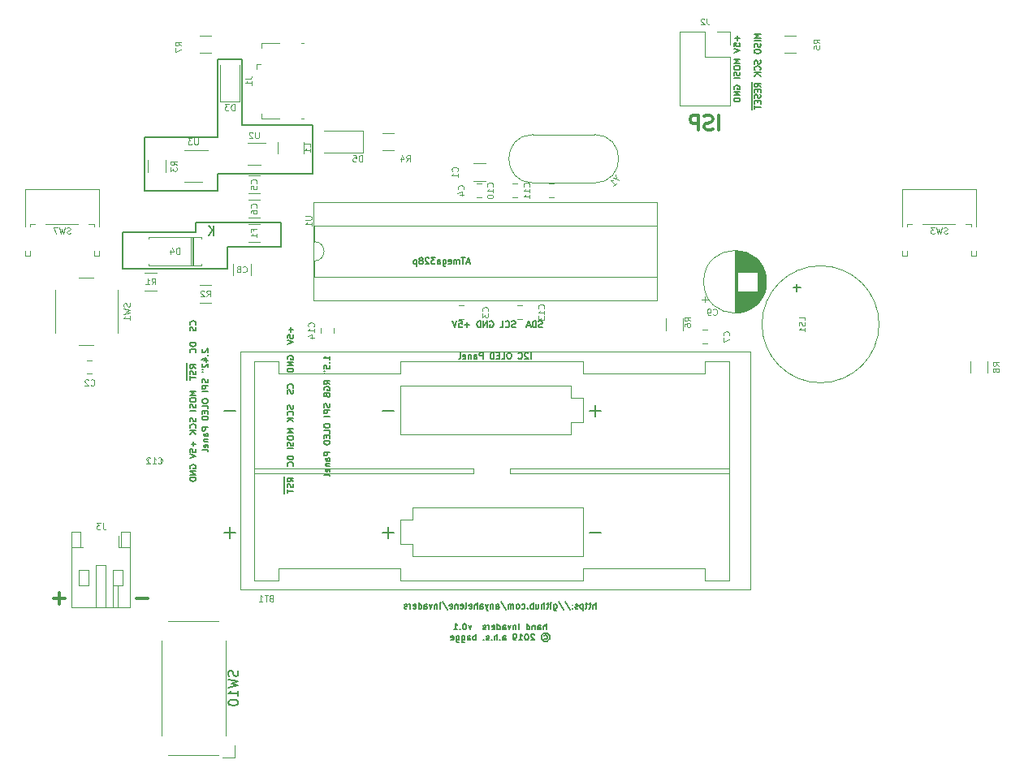
<source format=gbr>
G04 #@! TF.GenerationSoftware,KiCad,Pcbnew,5.0.2-bee76a0~70~ubuntu18.04.1*
G04 #@! TF.CreationDate,2019-06-22T03:36:54+02:00*
G04 #@! TF.ProjectId,invaders,696e7661-6465-4727-932e-6b696361645f,rev?*
G04 #@! TF.SameCoordinates,Original*
G04 #@! TF.FileFunction,Legend,Bot*
G04 #@! TF.FilePolarity,Positive*
%FSLAX46Y46*%
G04 Gerber Fmt 4.6, Leading zero omitted, Abs format (unit mm)*
G04 Created by KiCad (PCBNEW 5.0.2-bee76a0~70~ubuntu18.04.1) date lø. 22. juni 2019 kl. 03.36 +0200*
%MOMM*%
%LPD*%
G01*
G04 APERTURE LIST*
%ADD10C,0.127000*%
%ADD11C,0.150000*%
%ADD12C,0.300000*%
%ADD13C,0.120000*%
%ADD14C,0.101600*%
G04 APERTURE END LIST*
D10*
X65063007Y-119250278D02*
X65063007Y-118880164D01*
X65063007Y-119065221D02*
X64415307Y-119065221D01*
X64507835Y-119003535D01*
X64569521Y-118941850D01*
X64600364Y-118880164D01*
X65001321Y-119527864D02*
X65032164Y-119558707D01*
X65063007Y-119527864D01*
X65032164Y-119497021D01*
X65001321Y-119527864D01*
X65063007Y-119527864D01*
X64415307Y-120144721D02*
X64415307Y-119836292D01*
X64723735Y-119805450D01*
X64692892Y-119836292D01*
X64662050Y-119897978D01*
X64662050Y-120052192D01*
X64692892Y-120113878D01*
X64723735Y-120144721D01*
X64785421Y-120175564D01*
X64939635Y-120175564D01*
X65001321Y-120144721D01*
X65032164Y-120113878D01*
X65063007Y-120052192D01*
X65063007Y-119897978D01*
X65032164Y-119836292D01*
X65001321Y-119805450D01*
X64415307Y-120422307D02*
X64538678Y-120422307D01*
X64415307Y-120669050D02*
X64538678Y-120669050D01*
X65063007Y-121810235D02*
X64754578Y-121594335D01*
X65063007Y-121440121D02*
X64415307Y-121440121D01*
X64415307Y-121686864D01*
X64446150Y-121748550D01*
X64476992Y-121779392D01*
X64538678Y-121810235D01*
X64631207Y-121810235D01*
X64692892Y-121779392D01*
X64723735Y-121748550D01*
X64754578Y-121686864D01*
X64754578Y-121440121D01*
X64446150Y-122427092D02*
X64415307Y-122365407D01*
X64415307Y-122272878D01*
X64446150Y-122180350D01*
X64507835Y-122118664D01*
X64569521Y-122087821D01*
X64692892Y-122056978D01*
X64785421Y-122056978D01*
X64908792Y-122087821D01*
X64970478Y-122118664D01*
X65032164Y-122180350D01*
X65063007Y-122272878D01*
X65063007Y-122334564D01*
X65032164Y-122427092D01*
X65001321Y-122457935D01*
X64785421Y-122457935D01*
X64785421Y-122334564D01*
X64723735Y-122951421D02*
X64754578Y-123043950D01*
X64785421Y-123074792D01*
X64847107Y-123105635D01*
X64939635Y-123105635D01*
X65001321Y-123074792D01*
X65032164Y-123043950D01*
X65063007Y-122982264D01*
X65063007Y-122735521D01*
X64415307Y-122735521D01*
X64415307Y-122951421D01*
X64446150Y-123013107D01*
X64476992Y-123043950D01*
X64538678Y-123074792D01*
X64600364Y-123074792D01*
X64662050Y-123043950D01*
X64692892Y-123013107D01*
X64723735Y-122951421D01*
X64723735Y-122735521D01*
X65032164Y-123845864D02*
X65063007Y-123938392D01*
X65063007Y-124092607D01*
X65032164Y-124154292D01*
X65001321Y-124185135D01*
X64939635Y-124215978D01*
X64877950Y-124215978D01*
X64816264Y-124185135D01*
X64785421Y-124154292D01*
X64754578Y-124092607D01*
X64723735Y-123969235D01*
X64692892Y-123907550D01*
X64662050Y-123876707D01*
X64600364Y-123845864D01*
X64538678Y-123845864D01*
X64476992Y-123876707D01*
X64446150Y-123907550D01*
X64415307Y-123969235D01*
X64415307Y-124123450D01*
X64446150Y-124215978D01*
X65063007Y-124493564D02*
X64415307Y-124493564D01*
X64415307Y-124740307D01*
X64446150Y-124801992D01*
X64476992Y-124832835D01*
X64538678Y-124863678D01*
X64631207Y-124863678D01*
X64692892Y-124832835D01*
X64723735Y-124801992D01*
X64754578Y-124740307D01*
X64754578Y-124493564D01*
X65063007Y-125141264D02*
X64415307Y-125141264D01*
X64415307Y-126066550D02*
X64415307Y-126189921D01*
X64446150Y-126251607D01*
X64507835Y-126313292D01*
X64631207Y-126344135D01*
X64847107Y-126344135D01*
X64970478Y-126313292D01*
X65032164Y-126251607D01*
X65063007Y-126189921D01*
X65063007Y-126066550D01*
X65032164Y-126004864D01*
X64970478Y-125943178D01*
X64847107Y-125912335D01*
X64631207Y-125912335D01*
X64507835Y-125943178D01*
X64446150Y-126004864D01*
X64415307Y-126066550D01*
X65063007Y-126930150D02*
X65063007Y-126621721D01*
X64415307Y-126621721D01*
X64723735Y-127146050D02*
X64723735Y-127361950D01*
X65063007Y-127454478D02*
X65063007Y-127146050D01*
X64415307Y-127146050D01*
X64415307Y-127454478D01*
X65063007Y-127732064D02*
X64415307Y-127732064D01*
X64415307Y-127886278D01*
X64446150Y-127978807D01*
X64507835Y-128040492D01*
X64569521Y-128071335D01*
X64692892Y-128102178D01*
X64785421Y-128102178D01*
X64908792Y-128071335D01*
X64970478Y-128040492D01*
X65032164Y-127978807D01*
X65063007Y-127886278D01*
X65063007Y-127732064D01*
X65063007Y-128873250D02*
X64415307Y-128873250D01*
X64415307Y-129119992D01*
X64446150Y-129181678D01*
X64476992Y-129212521D01*
X64538678Y-129243364D01*
X64631207Y-129243364D01*
X64692892Y-129212521D01*
X64723735Y-129181678D01*
X64754578Y-129119992D01*
X64754578Y-128873250D01*
X65063007Y-129798535D02*
X64723735Y-129798535D01*
X64662050Y-129767692D01*
X64631207Y-129706007D01*
X64631207Y-129582635D01*
X64662050Y-129520950D01*
X65032164Y-129798535D02*
X65063007Y-129736850D01*
X65063007Y-129582635D01*
X65032164Y-129520950D01*
X64970478Y-129490107D01*
X64908792Y-129490107D01*
X64847107Y-129520950D01*
X64816264Y-129582635D01*
X64816264Y-129736850D01*
X64785421Y-129798535D01*
X64631207Y-130106964D02*
X65063007Y-130106964D01*
X64692892Y-130106964D02*
X64662050Y-130137807D01*
X64631207Y-130199492D01*
X64631207Y-130292021D01*
X64662050Y-130353707D01*
X64723735Y-130384550D01*
X65063007Y-130384550D01*
X65032164Y-130939721D02*
X65063007Y-130878035D01*
X65063007Y-130754664D01*
X65032164Y-130692978D01*
X64970478Y-130662135D01*
X64723735Y-130662135D01*
X64662050Y-130692978D01*
X64631207Y-130754664D01*
X64631207Y-130878035D01*
X64662050Y-130939721D01*
X64723735Y-130970564D01*
X64785421Y-130970564D01*
X64847107Y-130662135D01*
X65063007Y-131340678D02*
X65032164Y-131278992D01*
X64970478Y-131248150D01*
X64415307Y-131248150D01*
X61006264Y-115885685D02*
X61006264Y-116379171D01*
X61253007Y-116132428D02*
X60759521Y-116132428D01*
X60605307Y-116996028D02*
X60605307Y-116687600D01*
X60913735Y-116656757D01*
X60882892Y-116687600D01*
X60852050Y-116749285D01*
X60852050Y-116903500D01*
X60882892Y-116965185D01*
X60913735Y-116996028D01*
X60975421Y-117026871D01*
X61129635Y-117026871D01*
X61191321Y-116996028D01*
X61222164Y-116965185D01*
X61253007Y-116903500D01*
X61253007Y-116749285D01*
X61222164Y-116687600D01*
X61191321Y-116656757D01*
X60605307Y-117211928D02*
X61253007Y-117427828D01*
X60605307Y-117643728D01*
X60636150Y-119185871D02*
X60605307Y-119124185D01*
X60605307Y-119031657D01*
X60636150Y-118939128D01*
X60697835Y-118877442D01*
X60759521Y-118846600D01*
X60882892Y-118815757D01*
X60975421Y-118815757D01*
X61098792Y-118846600D01*
X61160478Y-118877442D01*
X61222164Y-118939128D01*
X61253007Y-119031657D01*
X61253007Y-119093342D01*
X61222164Y-119185871D01*
X61191321Y-119216714D01*
X60975421Y-119216714D01*
X60975421Y-119093342D01*
X61253007Y-119494300D02*
X60605307Y-119494300D01*
X61253007Y-119864414D01*
X60605307Y-119864414D01*
X61253007Y-120172842D02*
X60605307Y-120172842D01*
X60605307Y-120327057D01*
X60636150Y-120419585D01*
X60697835Y-120481271D01*
X60759521Y-120512114D01*
X60882892Y-120542957D01*
X60975421Y-120542957D01*
X61098792Y-120512114D01*
X61160478Y-120481271D01*
X61222164Y-120419585D01*
X61253007Y-120327057D01*
X61253007Y-120172842D01*
X61191321Y-122177628D02*
X61222164Y-122146785D01*
X61253007Y-122054257D01*
X61253007Y-121992571D01*
X61222164Y-121900042D01*
X61160478Y-121838357D01*
X61098792Y-121807514D01*
X60975421Y-121776671D01*
X60882892Y-121776671D01*
X60759521Y-121807514D01*
X60697835Y-121838357D01*
X60636150Y-121900042D01*
X60605307Y-121992571D01*
X60605307Y-122054257D01*
X60636150Y-122146785D01*
X60666992Y-122177628D01*
X61222164Y-122424371D02*
X61253007Y-122516900D01*
X61253007Y-122671114D01*
X61222164Y-122732800D01*
X61191321Y-122763642D01*
X61129635Y-122794485D01*
X61067950Y-122794485D01*
X61006264Y-122763642D01*
X60975421Y-122732800D01*
X60944578Y-122671114D01*
X60913735Y-122547742D01*
X60882892Y-122486057D01*
X60852050Y-122455214D01*
X60790364Y-122424371D01*
X60728678Y-122424371D01*
X60666992Y-122455214D01*
X60636150Y-122486057D01*
X60605307Y-122547742D01*
X60605307Y-122701957D01*
X60636150Y-122794485D01*
X61222164Y-124028200D02*
X61253007Y-124120728D01*
X61253007Y-124274942D01*
X61222164Y-124336628D01*
X61191321Y-124367471D01*
X61129635Y-124398314D01*
X61067950Y-124398314D01*
X61006264Y-124367471D01*
X60975421Y-124336628D01*
X60944578Y-124274942D01*
X60913735Y-124151571D01*
X60882892Y-124089885D01*
X60852050Y-124059042D01*
X60790364Y-124028200D01*
X60728678Y-124028200D01*
X60666992Y-124059042D01*
X60636150Y-124089885D01*
X60605307Y-124151571D01*
X60605307Y-124305785D01*
X60636150Y-124398314D01*
X61191321Y-125046014D02*
X61222164Y-125015171D01*
X61253007Y-124922642D01*
X61253007Y-124860957D01*
X61222164Y-124768428D01*
X61160478Y-124706742D01*
X61098792Y-124675900D01*
X60975421Y-124645057D01*
X60882892Y-124645057D01*
X60759521Y-124675900D01*
X60697835Y-124706742D01*
X60636150Y-124768428D01*
X60605307Y-124860957D01*
X60605307Y-124922642D01*
X60636150Y-125015171D01*
X60666992Y-125046014D01*
X61253007Y-125323600D02*
X60605307Y-125323600D01*
X61253007Y-125693714D02*
X60882892Y-125416128D01*
X60605307Y-125693714D02*
X60975421Y-125323600D01*
X61253007Y-126464785D02*
X60605307Y-126464785D01*
X61067950Y-126680685D01*
X60605307Y-126896585D01*
X61253007Y-126896585D01*
X60605307Y-127328385D02*
X60605307Y-127451757D01*
X60636150Y-127513442D01*
X60697835Y-127575128D01*
X60821207Y-127605971D01*
X61037107Y-127605971D01*
X61160478Y-127575128D01*
X61222164Y-127513442D01*
X61253007Y-127451757D01*
X61253007Y-127328385D01*
X61222164Y-127266700D01*
X61160478Y-127205014D01*
X61037107Y-127174171D01*
X60821207Y-127174171D01*
X60697835Y-127205014D01*
X60636150Y-127266700D01*
X60605307Y-127328385D01*
X61222164Y-127852714D02*
X61253007Y-127945242D01*
X61253007Y-128099457D01*
X61222164Y-128161142D01*
X61191321Y-128191985D01*
X61129635Y-128222828D01*
X61067950Y-128222828D01*
X61006264Y-128191985D01*
X60975421Y-128161142D01*
X60944578Y-128099457D01*
X60913735Y-127976085D01*
X60882892Y-127914400D01*
X60852050Y-127883557D01*
X60790364Y-127852714D01*
X60728678Y-127852714D01*
X60666992Y-127883557D01*
X60636150Y-127914400D01*
X60605307Y-127976085D01*
X60605307Y-128130300D01*
X60636150Y-128222828D01*
X61253007Y-128500414D02*
X60605307Y-128500414D01*
X61253007Y-129302328D02*
X60605307Y-129302328D01*
X60605307Y-129456542D01*
X60636150Y-129549071D01*
X60697835Y-129610757D01*
X60759521Y-129641600D01*
X60882892Y-129672442D01*
X60975421Y-129672442D01*
X61098792Y-129641600D01*
X61160478Y-129610757D01*
X61222164Y-129549071D01*
X61253007Y-129456542D01*
X61253007Y-129302328D01*
X61191321Y-130320142D02*
X61222164Y-130289300D01*
X61253007Y-130196771D01*
X61253007Y-130135085D01*
X61222164Y-130042557D01*
X61160478Y-129980871D01*
X61098792Y-129950028D01*
X60975421Y-129919185D01*
X60882892Y-129919185D01*
X60759521Y-129950028D01*
X60697835Y-129980871D01*
X60636150Y-130042557D01*
X60605307Y-130135085D01*
X60605307Y-130196771D01*
X60636150Y-130289300D01*
X60666992Y-130320142D01*
X60328556Y-131430485D02*
X60328556Y-132078185D01*
X61253007Y-131954814D02*
X60944578Y-131738914D01*
X61253007Y-131584700D02*
X60605307Y-131584700D01*
X60605307Y-131831442D01*
X60636150Y-131893128D01*
X60666992Y-131923971D01*
X60728678Y-131954814D01*
X60821207Y-131954814D01*
X60882892Y-131923971D01*
X60913735Y-131893128D01*
X60944578Y-131831442D01*
X60944578Y-131584700D01*
X60328556Y-132078185D02*
X60328556Y-132695042D01*
X61222164Y-132201557D02*
X61253007Y-132294085D01*
X61253007Y-132448300D01*
X61222164Y-132509985D01*
X61191321Y-132540828D01*
X61129635Y-132571671D01*
X61067950Y-132571671D01*
X61006264Y-132540828D01*
X60975421Y-132509985D01*
X60944578Y-132448300D01*
X60913735Y-132324928D01*
X60882892Y-132263242D01*
X60852050Y-132232400D01*
X60790364Y-132201557D01*
X60728678Y-132201557D01*
X60666992Y-132232400D01*
X60636150Y-132263242D01*
X60605307Y-132324928D01*
X60605307Y-132479142D01*
X60636150Y-132571671D01*
X60328556Y-132695042D02*
X60328556Y-133188528D01*
X60605307Y-132756728D02*
X60605307Y-133126842D01*
X61253007Y-132941785D02*
X60605307Y-132941785D01*
X92781664Y-145203182D02*
X92781664Y-144555482D01*
X92504078Y-145203182D02*
X92504078Y-144863910D01*
X92534921Y-144802225D01*
X92596607Y-144771382D01*
X92689135Y-144771382D01*
X92750821Y-144802225D01*
X92781664Y-144833067D01*
X92288178Y-144771382D02*
X92041435Y-144771382D01*
X92195650Y-144555482D02*
X92195650Y-145110653D01*
X92164807Y-145172339D01*
X92103121Y-145203182D01*
X92041435Y-145203182D01*
X91918064Y-144771382D02*
X91671321Y-144771382D01*
X91825535Y-144555482D02*
X91825535Y-145110653D01*
X91794692Y-145172339D01*
X91733007Y-145203182D01*
X91671321Y-145203182D01*
X91455421Y-144771382D02*
X91455421Y-145419082D01*
X91455421Y-144802225D02*
X91393735Y-144771382D01*
X91270364Y-144771382D01*
X91208678Y-144802225D01*
X91177835Y-144833067D01*
X91146992Y-144894753D01*
X91146992Y-145079810D01*
X91177835Y-145141496D01*
X91208678Y-145172339D01*
X91270364Y-145203182D01*
X91393735Y-145203182D01*
X91455421Y-145172339D01*
X90900250Y-145172339D02*
X90838564Y-145203182D01*
X90715192Y-145203182D01*
X90653507Y-145172339D01*
X90622664Y-145110653D01*
X90622664Y-145079810D01*
X90653507Y-145018125D01*
X90715192Y-144987282D01*
X90807721Y-144987282D01*
X90869407Y-144956439D01*
X90900250Y-144894753D01*
X90900250Y-144863910D01*
X90869407Y-144802225D01*
X90807721Y-144771382D01*
X90715192Y-144771382D01*
X90653507Y-144802225D01*
X90345078Y-145141496D02*
X90314235Y-145172339D01*
X90345078Y-145203182D01*
X90375921Y-145172339D01*
X90345078Y-145141496D01*
X90345078Y-145203182D01*
X90345078Y-144802225D02*
X90314235Y-144833067D01*
X90345078Y-144863910D01*
X90375921Y-144833067D01*
X90345078Y-144802225D01*
X90345078Y-144863910D01*
X89574007Y-144524639D02*
X90129178Y-145357396D01*
X88895464Y-144524639D02*
X89450635Y-145357396D01*
X88401978Y-144771382D02*
X88401978Y-145295710D01*
X88432821Y-145357396D01*
X88463664Y-145388239D01*
X88525350Y-145419082D01*
X88617878Y-145419082D01*
X88679564Y-145388239D01*
X88401978Y-145172339D02*
X88463664Y-145203182D01*
X88587035Y-145203182D01*
X88648721Y-145172339D01*
X88679564Y-145141496D01*
X88710407Y-145079810D01*
X88710407Y-144894753D01*
X88679564Y-144833067D01*
X88648721Y-144802225D01*
X88587035Y-144771382D01*
X88463664Y-144771382D01*
X88401978Y-144802225D01*
X88093550Y-145203182D02*
X88093550Y-144771382D01*
X88093550Y-144555482D02*
X88124392Y-144586325D01*
X88093550Y-144617167D01*
X88062707Y-144586325D01*
X88093550Y-144555482D01*
X88093550Y-144617167D01*
X87877650Y-144771382D02*
X87630907Y-144771382D01*
X87785121Y-144555482D02*
X87785121Y-145110653D01*
X87754278Y-145172339D01*
X87692592Y-145203182D01*
X87630907Y-145203182D01*
X87415007Y-145203182D02*
X87415007Y-144555482D01*
X87137421Y-145203182D02*
X87137421Y-144863910D01*
X87168264Y-144802225D01*
X87229950Y-144771382D01*
X87322478Y-144771382D01*
X87384164Y-144802225D01*
X87415007Y-144833067D01*
X86551407Y-144771382D02*
X86551407Y-145203182D01*
X86828992Y-144771382D02*
X86828992Y-145110653D01*
X86798150Y-145172339D01*
X86736464Y-145203182D01*
X86643935Y-145203182D01*
X86582250Y-145172339D01*
X86551407Y-145141496D01*
X86242978Y-145203182D02*
X86242978Y-144555482D01*
X86242978Y-144802225D02*
X86181292Y-144771382D01*
X86057921Y-144771382D01*
X85996235Y-144802225D01*
X85965392Y-144833067D01*
X85934550Y-144894753D01*
X85934550Y-145079810D01*
X85965392Y-145141496D01*
X85996235Y-145172339D01*
X86057921Y-145203182D01*
X86181292Y-145203182D01*
X86242978Y-145172339D01*
X85656964Y-145141496D02*
X85626121Y-145172339D01*
X85656964Y-145203182D01*
X85687807Y-145172339D01*
X85656964Y-145141496D01*
X85656964Y-145203182D01*
X85070950Y-145172339D02*
X85132635Y-145203182D01*
X85256007Y-145203182D01*
X85317692Y-145172339D01*
X85348535Y-145141496D01*
X85379378Y-145079810D01*
X85379378Y-144894753D01*
X85348535Y-144833067D01*
X85317692Y-144802225D01*
X85256007Y-144771382D01*
X85132635Y-144771382D01*
X85070950Y-144802225D01*
X84700835Y-145203182D02*
X84762521Y-145172339D01*
X84793364Y-145141496D01*
X84824207Y-145079810D01*
X84824207Y-144894753D01*
X84793364Y-144833067D01*
X84762521Y-144802225D01*
X84700835Y-144771382D01*
X84608307Y-144771382D01*
X84546621Y-144802225D01*
X84515778Y-144833067D01*
X84484935Y-144894753D01*
X84484935Y-145079810D01*
X84515778Y-145141496D01*
X84546621Y-145172339D01*
X84608307Y-145203182D01*
X84700835Y-145203182D01*
X84207350Y-145203182D02*
X84207350Y-144771382D01*
X84207350Y-144833067D02*
X84176507Y-144802225D01*
X84114821Y-144771382D01*
X84022292Y-144771382D01*
X83960607Y-144802225D01*
X83929764Y-144863910D01*
X83929764Y-145203182D01*
X83929764Y-144863910D02*
X83898921Y-144802225D01*
X83837235Y-144771382D01*
X83744707Y-144771382D01*
X83683021Y-144802225D01*
X83652178Y-144863910D01*
X83652178Y-145203182D01*
X82881107Y-144524639D02*
X83436278Y-145357396D01*
X82387621Y-145203182D02*
X82387621Y-144863910D01*
X82418464Y-144802225D01*
X82480150Y-144771382D01*
X82603521Y-144771382D01*
X82665207Y-144802225D01*
X82387621Y-145172339D02*
X82449307Y-145203182D01*
X82603521Y-145203182D01*
X82665207Y-145172339D01*
X82696050Y-145110653D01*
X82696050Y-145048967D01*
X82665207Y-144987282D01*
X82603521Y-144956439D01*
X82449307Y-144956439D01*
X82387621Y-144925596D01*
X82079192Y-144771382D02*
X82079192Y-145203182D01*
X82079192Y-144833067D02*
X82048350Y-144802225D01*
X81986664Y-144771382D01*
X81894135Y-144771382D01*
X81832450Y-144802225D01*
X81801607Y-144863910D01*
X81801607Y-145203182D01*
X81554864Y-144771382D02*
X81400650Y-145203182D01*
X81246435Y-144771382D02*
X81400650Y-145203182D01*
X81462335Y-145357396D01*
X81493178Y-145388239D01*
X81554864Y-145419082D01*
X80722107Y-145203182D02*
X80722107Y-144863910D01*
X80752950Y-144802225D01*
X80814635Y-144771382D01*
X80938007Y-144771382D01*
X80999692Y-144802225D01*
X80722107Y-145172339D02*
X80783792Y-145203182D01*
X80938007Y-145203182D01*
X80999692Y-145172339D01*
X81030535Y-145110653D01*
X81030535Y-145048967D01*
X80999692Y-144987282D01*
X80938007Y-144956439D01*
X80783792Y-144956439D01*
X80722107Y-144925596D01*
X80413678Y-145203182D02*
X80413678Y-144555482D01*
X80136092Y-145203182D02*
X80136092Y-144863910D01*
X80166935Y-144802225D01*
X80228621Y-144771382D01*
X80321150Y-144771382D01*
X80382835Y-144802225D01*
X80413678Y-144833067D01*
X79580921Y-145172339D02*
X79642607Y-145203182D01*
X79765978Y-145203182D01*
X79827664Y-145172339D01*
X79858507Y-145110653D01*
X79858507Y-144863910D01*
X79827664Y-144802225D01*
X79765978Y-144771382D01*
X79642607Y-144771382D01*
X79580921Y-144802225D01*
X79550078Y-144863910D01*
X79550078Y-144925596D01*
X79858507Y-144987282D01*
X79179964Y-145203182D02*
X79241650Y-145172339D01*
X79272492Y-145110653D01*
X79272492Y-144555482D01*
X78686478Y-145172339D02*
X78748164Y-145203182D01*
X78871535Y-145203182D01*
X78933221Y-145172339D01*
X78964064Y-145110653D01*
X78964064Y-144863910D01*
X78933221Y-144802225D01*
X78871535Y-144771382D01*
X78748164Y-144771382D01*
X78686478Y-144802225D01*
X78655635Y-144863910D01*
X78655635Y-144925596D01*
X78964064Y-144987282D01*
X78378050Y-144771382D02*
X78378050Y-145203182D01*
X78378050Y-144833067D02*
X78347207Y-144802225D01*
X78285521Y-144771382D01*
X78192992Y-144771382D01*
X78131307Y-144802225D01*
X78100464Y-144863910D01*
X78100464Y-145203182D01*
X77545292Y-145172339D02*
X77606978Y-145203182D01*
X77730350Y-145203182D01*
X77792035Y-145172339D01*
X77822878Y-145110653D01*
X77822878Y-144863910D01*
X77792035Y-144802225D01*
X77730350Y-144771382D01*
X77606978Y-144771382D01*
X77545292Y-144802225D01*
X77514450Y-144863910D01*
X77514450Y-144925596D01*
X77822878Y-144987282D01*
X76774221Y-144524639D02*
X77329392Y-145357396D01*
X76558321Y-145203182D02*
X76558321Y-144771382D01*
X76558321Y-144555482D02*
X76589164Y-144586325D01*
X76558321Y-144617167D01*
X76527478Y-144586325D01*
X76558321Y-144555482D01*
X76558321Y-144617167D01*
X76249892Y-144771382D02*
X76249892Y-145203182D01*
X76249892Y-144833067D02*
X76219050Y-144802225D01*
X76157364Y-144771382D01*
X76064835Y-144771382D01*
X76003150Y-144802225D01*
X75972307Y-144863910D01*
X75972307Y-145203182D01*
X75725564Y-144771382D02*
X75571350Y-145203182D01*
X75417135Y-144771382D01*
X74892807Y-145203182D02*
X74892807Y-144863910D01*
X74923650Y-144802225D01*
X74985335Y-144771382D01*
X75108707Y-144771382D01*
X75170392Y-144802225D01*
X74892807Y-145172339D02*
X74954492Y-145203182D01*
X75108707Y-145203182D01*
X75170392Y-145172339D01*
X75201235Y-145110653D01*
X75201235Y-145048967D01*
X75170392Y-144987282D01*
X75108707Y-144956439D01*
X74954492Y-144956439D01*
X74892807Y-144925596D01*
X74306792Y-145203182D02*
X74306792Y-144555482D01*
X74306792Y-145172339D02*
X74368478Y-145203182D01*
X74491850Y-145203182D01*
X74553535Y-145172339D01*
X74584378Y-145141496D01*
X74615221Y-145079810D01*
X74615221Y-144894753D01*
X74584378Y-144833067D01*
X74553535Y-144802225D01*
X74491850Y-144771382D01*
X74368478Y-144771382D01*
X74306792Y-144802225D01*
X73751621Y-145172339D02*
X73813307Y-145203182D01*
X73936678Y-145203182D01*
X73998364Y-145172339D01*
X74029207Y-145110653D01*
X74029207Y-144863910D01*
X73998364Y-144802225D01*
X73936678Y-144771382D01*
X73813307Y-144771382D01*
X73751621Y-144802225D01*
X73720778Y-144863910D01*
X73720778Y-144925596D01*
X74029207Y-144987282D01*
X73443192Y-145203182D02*
X73443192Y-144771382D01*
X73443192Y-144894753D02*
X73412350Y-144833067D01*
X73381507Y-144802225D01*
X73319821Y-144771382D01*
X73258135Y-144771382D01*
X73073078Y-145172339D02*
X73011392Y-145203182D01*
X72888021Y-145203182D01*
X72826335Y-145172339D01*
X72795492Y-145110653D01*
X72795492Y-145079810D01*
X72826335Y-145018125D01*
X72888021Y-144987282D01*
X72980550Y-144987282D01*
X73042235Y-144956439D01*
X73073078Y-144894753D01*
X73073078Y-144863910D01*
X73042235Y-144802225D01*
X72980550Y-144771382D01*
X72888021Y-144771382D01*
X72826335Y-144802225D01*
X87600064Y-147400282D02*
X87600064Y-146752582D01*
X87322478Y-147400282D02*
X87322478Y-147061010D01*
X87353321Y-146999325D01*
X87415007Y-146968482D01*
X87507535Y-146968482D01*
X87569221Y-146999325D01*
X87600064Y-147030167D01*
X86736464Y-147400282D02*
X86736464Y-147061010D01*
X86767307Y-146999325D01*
X86828992Y-146968482D01*
X86952364Y-146968482D01*
X87014050Y-146999325D01*
X86736464Y-147369439D02*
X86798150Y-147400282D01*
X86952364Y-147400282D01*
X87014050Y-147369439D01*
X87044892Y-147307753D01*
X87044892Y-147246067D01*
X87014050Y-147184382D01*
X86952364Y-147153539D01*
X86798150Y-147153539D01*
X86736464Y-147122696D01*
X86428035Y-146968482D02*
X86428035Y-147400282D01*
X86428035Y-147030167D02*
X86397192Y-146999325D01*
X86335507Y-146968482D01*
X86242978Y-146968482D01*
X86181292Y-146999325D01*
X86150450Y-147061010D01*
X86150450Y-147400282D01*
X85564435Y-147400282D02*
X85564435Y-146752582D01*
X85564435Y-147369439D02*
X85626121Y-147400282D01*
X85749492Y-147400282D01*
X85811178Y-147369439D01*
X85842021Y-147338596D01*
X85872864Y-147276910D01*
X85872864Y-147091853D01*
X85842021Y-147030167D01*
X85811178Y-146999325D01*
X85749492Y-146968482D01*
X85626121Y-146968482D01*
X85564435Y-146999325D01*
X84762521Y-147400282D02*
X84762521Y-146968482D01*
X84762521Y-146752582D02*
X84793364Y-146783425D01*
X84762521Y-146814267D01*
X84731678Y-146783425D01*
X84762521Y-146752582D01*
X84762521Y-146814267D01*
X84454092Y-146968482D02*
X84454092Y-147400282D01*
X84454092Y-147030167D02*
X84423250Y-146999325D01*
X84361564Y-146968482D01*
X84269035Y-146968482D01*
X84207350Y-146999325D01*
X84176507Y-147061010D01*
X84176507Y-147400282D01*
X83929764Y-146968482D02*
X83775550Y-147400282D01*
X83621335Y-146968482D01*
X83097007Y-147400282D02*
X83097007Y-147061010D01*
X83127850Y-146999325D01*
X83189535Y-146968482D01*
X83312907Y-146968482D01*
X83374592Y-146999325D01*
X83097007Y-147369439D02*
X83158692Y-147400282D01*
X83312907Y-147400282D01*
X83374592Y-147369439D01*
X83405435Y-147307753D01*
X83405435Y-147246067D01*
X83374592Y-147184382D01*
X83312907Y-147153539D01*
X83158692Y-147153539D01*
X83097007Y-147122696D01*
X82510992Y-147400282D02*
X82510992Y-146752582D01*
X82510992Y-147369439D02*
X82572678Y-147400282D01*
X82696050Y-147400282D01*
X82757735Y-147369439D01*
X82788578Y-147338596D01*
X82819421Y-147276910D01*
X82819421Y-147091853D01*
X82788578Y-147030167D01*
X82757735Y-146999325D01*
X82696050Y-146968482D01*
X82572678Y-146968482D01*
X82510992Y-146999325D01*
X81955821Y-147369439D02*
X82017507Y-147400282D01*
X82140878Y-147400282D01*
X82202564Y-147369439D01*
X82233407Y-147307753D01*
X82233407Y-147061010D01*
X82202564Y-146999325D01*
X82140878Y-146968482D01*
X82017507Y-146968482D01*
X81955821Y-146999325D01*
X81924978Y-147061010D01*
X81924978Y-147122696D01*
X82233407Y-147184382D01*
X81647392Y-147400282D02*
X81647392Y-146968482D01*
X81647392Y-147091853D02*
X81616550Y-147030167D01*
X81585707Y-146999325D01*
X81524021Y-146968482D01*
X81462335Y-146968482D01*
X81277278Y-147369439D02*
X81215592Y-147400282D01*
X81092221Y-147400282D01*
X81030535Y-147369439D01*
X80999692Y-147307753D01*
X80999692Y-147276910D01*
X81030535Y-147215225D01*
X81092221Y-147184382D01*
X81184750Y-147184382D01*
X81246435Y-147153539D01*
X81277278Y-147091853D01*
X81277278Y-147061010D01*
X81246435Y-146999325D01*
X81184750Y-146968482D01*
X81092221Y-146968482D01*
X81030535Y-146999325D01*
X79796821Y-146968482D02*
X79642607Y-147400282D01*
X79488392Y-146968482D01*
X79118278Y-146752582D02*
X79056592Y-146752582D01*
X78994907Y-146783425D01*
X78964064Y-146814267D01*
X78933221Y-146875953D01*
X78902378Y-146999325D01*
X78902378Y-147153539D01*
X78933221Y-147276910D01*
X78964064Y-147338596D01*
X78994907Y-147369439D01*
X79056592Y-147400282D01*
X79118278Y-147400282D01*
X79179964Y-147369439D01*
X79210807Y-147338596D01*
X79241650Y-147276910D01*
X79272492Y-147153539D01*
X79272492Y-146999325D01*
X79241650Y-146875953D01*
X79210807Y-146814267D01*
X79179964Y-146783425D01*
X79118278Y-146752582D01*
X78624792Y-147338596D02*
X78593950Y-147369439D01*
X78624792Y-147400282D01*
X78655635Y-147369439D01*
X78624792Y-147338596D01*
X78624792Y-147400282D01*
X77977092Y-147400282D02*
X78347207Y-147400282D01*
X78162150Y-147400282D02*
X78162150Y-146752582D01*
X78223835Y-146845110D01*
X78285521Y-146906796D01*
X78347207Y-146937639D01*
X87415007Y-148005346D02*
X87476692Y-147974503D01*
X87600064Y-147974503D01*
X87661750Y-148005346D01*
X87723435Y-148067032D01*
X87754278Y-148128717D01*
X87754278Y-148252089D01*
X87723435Y-148313775D01*
X87661750Y-148375460D01*
X87600064Y-148406303D01*
X87476692Y-148406303D01*
X87415007Y-148375460D01*
X87538378Y-147758603D02*
X87692592Y-147789446D01*
X87846807Y-147881975D01*
X87939335Y-148036189D01*
X87970178Y-148190403D01*
X87939335Y-148344617D01*
X87846807Y-148498832D01*
X87692592Y-148591360D01*
X87538378Y-148622203D01*
X87384164Y-148591360D01*
X87229950Y-148498832D01*
X87137421Y-148344617D01*
X87106578Y-148190403D01*
X87137421Y-148036189D01*
X87229950Y-147881975D01*
X87384164Y-147789446D01*
X87538378Y-147758603D01*
X86366350Y-147912817D02*
X86335507Y-147881975D01*
X86273821Y-147851132D01*
X86119607Y-147851132D01*
X86057921Y-147881975D01*
X86027078Y-147912817D01*
X85996235Y-147974503D01*
X85996235Y-148036189D01*
X86027078Y-148128717D01*
X86397192Y-148498832D01*
X85996235Y-148498832D01*
X85595278Y-147851132D02*
X85533592Y-147851132D01*
X85471907Y-147881975D01*
X85441064Y-147912817D01*
X85410221Y-147974503D01*
X85379378Y-148097875D01*
X85379378Y-148252089D01*
X85410221Y-148375460D01*
X85441064Y-148437146D01*
X85471907Y-148467989D01*
X85533592Y-148498832D01*
X85595278Y-148498832D01*
X85656964Y-148467989D01*
X85687807Y-148437146D01*
X85718650Y-148375460D01*
X85749492Y-148252089D01*
X85749492Y-148097875D01*
X85718650Y-147974503D01*
X85687807Y-147912817D01*
X85656964Y-147881975D01*
X85595278Y-147851132D01*
X84762521Y-148498832D02*
X85132635Y-148498832D01*
X84947578Y-148498832D02*
X84947578Y-147851132D01*
X85009264Y-147943660D01*
X85070950Y-148005346D01*
X85132635Y-148036189D01*
X84454092Y-148498832D02*
X84330721Y-148498832D01*
X84269035Y-148467989D01*
X84238192Y-148437146D01*
X84176507Y-148344617D01*
X84145664Y-148221246D01*
X84145664Y-147974503D01*
X84176507Y-147912817D01*
X84207350Y-147881975D01*
X84269035Y-147851132D01*
X84392407Y-147851132D01*
X84454092Y-147881975D01*
X84484935Y-147912817D01*
X84515778Y-147974503D01*
X84515778Y-148128717D01*
X84484935Y-148190403D01*
X84454092Y-148221246D01*
X84392407Y-148252089D01*
X84269035Y-148252089D01*
X84207350Y-148221246D01*
X84176507Y-148190403D01*
X84145664Y-148128717D01*
X83097007Y-148498832D02*
X83097007Y-148159560D01*
X83127850Y-148097875D01*
X83189535Y-148067032D01*
X83312907Y-148067032D01*
X83374592Y-148097875D01*
X83097007Y-148467989D02*
X83158692Y-148498832D01*
X83312907Y-148498832D01*
X83374592Y-148467989D01*
X83405435Y-148406303D01*
X83405435Y-148344617D01*
X83374592Y-148282932D01*
X83312907Y-148252089D01*
X83158692Y-148252089D01*
X83097007Y-148221246D01*
X82788578Y-148437146D02*
X82757735Y-148467989D01*
X82788578Y-148498832D01*
X82819421Y-148467989D01*
X82788578Y-148437146D01*
X82788578Y-148498832D01*
X82480150Y-148498832D02*
X82480150Y-147851132D01*
X82202564Y-148498832D02*
X82202564Y-148159560D01*
X82233407Y-148097875D01*
X82295092Y-148067032D01*
X82387621Y-148067032D01*
X82449307Y-148097875D01*
X82480150Y-148128717D01*
X81894135Y-148437146D02*
X81863292Y-148467989D01*
X81894135Y-148498832D01*
X81924978Y-148467989D01*
X81894135Y-148437146D01*
X81894135Y-148498832D01*
X81616550Y-148467989D02*
X81554864Y-148498832D01*
X81431492Y-148498832D01*
X81369807Y-148467989D01*
X81338964Y-148406303D01*
X81338964Y-148375460D01*
X81369807Y-148313775D01*
X81431492Y-148282932D01*
X81524021Y-148282932D01*
X81585707Y-148252089D01*
X81616550Y-148190403D01*
X81616550Y-148159560D01*
X81585707Y-148097875D01*
X81524021Y-148067032D01*
X81431492Y-148067032D01*
X81369807Y-148097875D01*
X81061378Y-148437146D02*
X81030535Y-148467989D01*
X81061378Y-148498832D01*
X81092221Y-148467989D01*
X81061378Y-148437146D01*
X81061378Y-148498832D01*
X80259464Y-148498832D02*
X80259464Y-147851132D01*
X80259464Y-148097875D02*
X80197778Y-148067032D01*
X80074407Y-148067032D01*
X80012721Y-148097875D01*
X79981878Y-148128717D01*
X79951035Y-148190403D01*
X79951035Y-148375460D01*
X79981878Y-148437146D01*
X80012721Y-148467989D01*
X80074407Y-148498832D01*
X80197778Y-148498832D01*
X80259464Y-148467989D01*
X79395864Y-148498832D02*
X79395864Y-148159560D01*
X79426707Y-148097875D01*
X79488392Y-148067032D01*
X79611764Y-148067032D01*
X79673450Y-148097875D01*
X79395864Y-148467989D02*
X79457550Y-148498832D01*
X79611764Y-148498832D01*
X79673450Y-148467989D01*
X79704292Y-148406303D01*
X79704292Y-148344617D01*
X79673450Y-148282932D01*
X79611764Y-148252089D01*
X79457550Y-148252089D01*
X79395864Y-148221246D01*
X78809850Y-148067032D02*
X78809850Y-148591360D01*
X78840692Y-148653046D01*
X78871535Y-148683889D01*
X78933221Y-148714732D01*
X79025750Y-148714732D01*
X79087435Y-148683889D01*
X78809850Y-148467989D02*
X78871535Y-148498832D01*
X78994907Y-148498832D01*
X79056592Y-148467989D01*
X79087435Y-148437146D01*
X79118278Y-148375460D01*
X79118278Y-148190403D01*
X79087435Y-148128717D01*
X79056592Y-148097875D01*
X78994907Y-148067032D01*
X78871535Y-148067032D01*
X78809850Y-148097875D01*
X78223835Y-148067032D02*
X78223835Y-148591360D01*
X78254678Y-148653046D01*
X78285521Y-148683889D01*
X78347207Y-148714732D01*
X78439735Y-148714732D01*
X78501421Y-148683889D01*
X78223835Y-148467989D02*
X78285521Y-148498832D01*
X78408892Y-148498832D01*
X78470578Y-148467989D01*
X78501421Y-148437146D01*
X78532264Y-148375460D01*
X78532264Y-148190403D01*
X78501421Y-148128717D01*
X78470578Y-148097875D01*
X78408892Y-148067032D01*
X78285521Y-148067032D01*
X78223835Y-148097875D01*
X77668664Y-148467989D02*
X77730350Y-148498832D01*
X77853721Y-148498832D01*
X77915407Y-148467989D01*
X77946250Y-148406303D01*
X77946250Y-148159560D01*
X77915407Y-148097875D01*
X77853721Y-148067032D01*
X77730350Y-148067032D01*
X77668664Y-148097875D01*
X77637821Y-148159560D01*
X77637821Y-148221246D01*
X77946250Y-148282932D01*
D11*
X59944000Y-107442000D02*
X59944000Y-104902000D01*
X54356000Y-107442000D02*
X59944000Y-107442000D01*
X54356000Y-109728000D02*
X54356000Y-107442000D01*
X43434000Y-109728000D02*
X54356000Y-109728000D01*
X43434000Y-105918000D02*
X43434000Y-109728000D01*
X51054000Y-105918000D02*
X43434000Y-105918000D01*
X51054000Y-104902000D02*
X51054000Y-105918000D01*
X59944000Y-104902000D02*
X51054000Y-104902000D01*
X53340000Y-87884000D02*
X53340000Y-96012000D01*
X55880000Y-87884000D02*
X53340000Y-87884000D01*
X55880000Y-94742000D02*
X55880000Y-87884000D01*
X45720000Y-96012000D02*
X53340000Y-96012000D01*
X45720000Y-101600000D02*
X45720000Y-96012000D01*
X53340000Y-101600000D02*
X45720000Y-101600000D01*
X53340000Y-99822000D02*
X53340000Y-101600000D01*
X63246000Y-99822000D02*
X53340000Y-99822000D01*
X63246000Y-94742000D02*
X63246000Y-99822000D01*
X55880000Y-94742000D02*
X63246000Y-94742000D01*
D10*
X79622650Y-109073950D02*
X79314221Y-109073950D01*
X79684335Y-109259007D02*
X79468435Y-108611307D01*
X79252535Y-109259007D01*
X79129164Y-108611307D02*
X78759050Y-108611307D01*
X78944107Y-109259007D02*
X78944107Y-108611307D01*
X78543150Y-109259007D02*
X78543150Y-108827207D01*
X78543150Y-108888892D02*
X78512307Y-108858050D01*
X78450621Y-108827207D01*
X78358092Y-108827207D01*
X78296407Y-108858050D01*
X78265564Y-108919735D01*
X78265564Y-109259007D01*
X78265564Y-108919735D02*
X78234721Y-108858050D01*
X78173035Y-108827207D01*
X78080507Y-108827207D01*
X78018821Y-108858050D01*
X77987978Y-108919735D01*
X77987978Y-109259007D01*
X77432807Y-109228164D02*
X77494492Y-109259007D01*
X77617864Y-109259007D01*
X77679550Y-109228164D01*
X77710392Y-109166478D01*
X77710392Y-108919735D01*
X77679550Y-108858050D01*
X77617864Y-108827207D01*
X77494492Y-108827207D01*
X77432807Y-108858050D01*
X77401964Y-108919735D01*
X77401964Y-108981421D01*
X77710392Y-109043107D01*
X76846792Y-108827207D02*
X76846792Y-109351535D01*
X76877635Y-109413221D01*
X76908478Y-109444064D01*
X76970164Y-109474907D01*
X77062692Y-109474907D01*
X77124378Y-109444064D01*
X76846792Y-109228164D02*
X76908478Y-109259007D01*
X77031850Y-109259007D01*
X77093535Y-109228164D01*
X77124378Y-109197321D01*
X77155221Y-109135635D01*
X77155221Y-108950578D01*
X77124378Y-108888892D01*
X77093535Y-108858050D01*
X77031850Y-108827207D01*
X76908478Y-108827207D01*
X76846792Y-108858050D01*
X76260778Y-109259007D02*
X76260778Y-108919735D01*
X76291621Y-108858050D01*
X76353307Y-108827207D01*
X76476678Y-108827207D01*
X76538364Y-108858050D01*
X76260778Y-109228164D02*
X76322464Y-109259007D01*
X76476678Y-109259007D01*
X76538364Y-109228164D01*
X76569207Y-109166478D01*
X76569207Y-109104792D01*
X76538364Y-109043107D01*
X76476678Y-109012264D01*
X76322464Y-109012264D01*
X76260778Y-108981421D01*
X76014035Y-108611307D02*
X75613078Y-108611307D01*
X75828978Y-108858050D01*
X75736450Y-108858050D01*
X75674764Y-108888892D01*
X75643921Y-108919735D01*
X75613078Y-108981421D01*
X75613078Y-109135635D01*
X75643921Y-109197321D01*
X75674764Y-109228164D01*
X75736450Y-109259007D01*
X75921507Y-109259007D01*
X75983192Y-109228164D01*
X76014035Y-109197321D01*
X75366335Y-108672992D02*
X75335492Y-108642150D01*
X75273807Y-108611307D01*
X75119592Y-108611307D01*
X75057907Y-108642150D01*
X75027064Y-108672992D01*
X74996221Y-108734678D01*
X74996221Y-108796364D01*
X75027064Y-108888892D01*
X75397178Y-109259007D01*
X74996221Y-109259007D01*
X74626107Y-108888892D02*
X74687792Y-108858050D01*
X74718635Y-108827207D01*
X74749478Y-108765521D01*
X74749478Y-108734678D01*
X74718635Y-108672992D01*
X74687792Y-108642150D01*
X74626107Y-108611307D01*
X74502735Y-108611307D01*
X74441050Y-108642150D01*
X74410207Y-108672992D01*
X74379364Y-108734678D01*
X74379364Y-108765521D01*
X74410207Y-108827207D01*
X74441050Y-108858050D01*
X74502735Y-108888892D01*
X74626107Y-108888892D01*
X74687792Y-108919735D01*
X74718635Y-108950578D01*
X74749478Y-109012264D01*
X74749478Y-109135635D01*
X74718635Y-109197321D01*
X74687792Y-109228164D01*
X74626107Y-109259007D01*
X74502735Y-109259007D01*
X74441050Y-109228164D01*
X74410207Y-109197321D01*
X74379364Y-109135635D01*
X74379364Y-109012264D01*
X74410207Y-108950578D01*
X74441050Y-108919735D01*
X74502735Y-108888892D01*
X74101778Y-108827207D02*
X74101778Y-109474907D01*
X74101778Y-108858050D02*
X74040092Y-108827207D01*
X73916721Y-108827207D01*
X73855035Y-108858050D01*
X73824192Y-108888892D01*
X73793350Y-108950578D01*
X73793350Y-109135635D01*
X73824192Y-109197321D01*
X73855035Y-109228164D01*
X73916721Y-109259007D01*
X74040092Y-109259007D01*
X74101778Y-109228164D01*
X51776992Y-118139028D02*
X51746150Y-118169871D01*
X51715307Y-118231557D01*
X51715307Y-118385771D01*
X51746150Y-118447457D01*
X51776992Y-118478300D01*
X51838678Y-118509142D01*
X51900364Y-118509142D01*
X51992892Y-118478300D01*
X52363007Y-118108185D01*
X52363007Y-118509142D01*
X52301321Y-118786728D02*
X52332164Y-118817571D01*
X52363007Y-118786728D01*
X52332164Y-118755885D01*
X52301321Y-118786728D01*
X52363007Y-118786728D01*
X51931207Y-119372742D02*
X52363007Y-119372742D01*
X51684464Y-119218528D02*
X52147107Y-119064314D01*
X52147107Y-119465271D01*
X51776992Y-119681171D02*
X51746150Y-119712014D01*
X51715307Y-119773700D01*
X51715307Y-119927914D01*
X51746150Y-119989600D01*
X51776992Y-120020442D01*
X51838678Y-120051285D01*
X51900364Y-120051285D01*
X51992892Y-120020442D01*
X52363007Y-119650328D01*
X52363007Y-120051285D01*
X51715307Y-120298028D02*
X51838678Y-120298028D01*
X51715307Y-120544771D02*
X51838678Y-120544771D01*
X52332164Y-121285000D02*
X52363007Y-121377528D01*
X52363007Y-121531742D01*
X52332164Y-121593428D01*
X52301321Y-121624271D01*
X52239635Y-121655114D01*
X52177950Y-121655114D01*
X52116264Y-121624271D01*
X52085421Y-121593428D01*
X52054578Y-121531742D01*
X52023735Y-121408371D01*
X51992892Y-121346685D01*
X51962050Y-121315842D01*
X51900364Y-121285000D01*
X51838678Y-121285000D01*
X51776992Y-121315842D01*
X51746150Y-121346685D01*
X51715307Y-121408371D01*
X51715307Y-121562585D01*
X51746150Y-121655114D01*
X52363007Y-121932700D02*
X51715307Y-121932700D01*
X51715307Y-122179442D01*
X51746150Y-122241128D01*
X51776992Y-122271971D01*
X51838678Y-122302814D01*
X51931207Y-122302814D01*
X51992892Y-122271971D01*
X52023735Y-122241128D01*
X52054578Y-122179442D01*
X52054578Y-121932700D01*
X52363007Y-122580400D02*
X51715307Y-122580400D01*
X51715307Y-123505685D02*
X51715307Y-123629057D01*
X51746150Y-123690742D01*
X51807835Y-123752428D01*
X51931207Y-123783271D01*
X52147107Y-123783271D01*
X52270478Y-123752428D01*
X52332164Y-123690742D01*
X52363007Y-123629057D01*
X52363007Y-123505685D01*
X52332164Y-123444000D01*
X52270478Y-123382314D01*
X52147107Y-123351471D01*
X51931207Y-123351471D01*
X51807835Y-123382314D01*
X51746150Y-123444000D01*
X51715307Y-123505685D01*
X52363007Y-124369285D02*
X52363007Y-124060857D01*
X51715307Y-124060857D01*
X52023735Y-124585185D02*
X52023735Y-124801085D01*
X52363007Y-124893614D02*
X52363007Y-124585185D01*
X51715307Y-124585185D01*
X51715307Y-124893614D01*
X52363007Y-125171200D02*
X51715307Y-125171200D01*
X51715307Y-125325414D01*
X51746150Y-125417942D01*
X51807835Y-125479628D01*
X51869521Y-125510471D01*
X51992892Y-125541314D01*
X52085421Y-125541314D01*
X52208792Y-125510471D01*
X52270478Y-125479628D01*
X52332164Y-125417942D01*
X52363007Y-125325414D01*
X52363007Y-125171200D01*
X52363007Y-126312385D02*
X51715307Y-126312385D01*
X51715307Y-126559128D01*
X51746150Y-126620814D01*
X51776992Y-126651657D01*
X51838678Y-126682500D01*
X51931207Y-126682500D01*
X51992892Y-126651657D01*
X52023735Y-126620814D01*
X52054578Y-126559128D01*
X52054578Y-126312385D01*
X52363007Y-127237671D02*
X52023735Y-127237671D01*
X51962050Y-127206828D01*
X51931207Y-127145142D01*
X51931207Y-127021771D01*
X51962050Y-126960085D01*
X52332164Y-127237671D02*
X52363007Y-127175985D01*
X52363007Y-127021771D01*
X52332164Y-126960085D01*
X52270478Y-126929242D01*
X52208792Y-126929242D01*
X52147107Y-126960085D01*
X52116264Y-127021771D01*
X52116264Y-127175985D01*
X52085421Y-127237671D01*
X51931207Y-127546100D02*
X52363007Y-127546100D01*
X51992892Y-127546100D02*
X51962050Y-127576942D01*
X51931207Y-127638628D01*
X51931207Y-127731157D01*
X51962050Y-127792842D01*
X52023735Y-127823685D01*
X52363007Y-127823685D01*
X52332164Y-128378857D02*
X52363007Y-128317171D01*
X52363007Y-128193800D01*
X52332164Y-128132114D01*
X52270478Y-128101271D01*
X52023735Y-128101271D01*
X51962050Y-128132114D01*
X51931207Y-128193800D01*
X51931207Y-128317171D01*
X51962050Y-128378857D01*
X52023735Y-128409700D01*
X52085421Y-128409700D01*
X52147107Y-128101271D01*
X52363007Y-128779814D02*
X52332164Y-128718128D01*
X52270478Y-128687285D01*
X51715307Y-128687285D01*
X85997142Y-119165007D02*
X85997142Y-118517307D01*
X85719557Y-118578992D02*
X85688714Y-118548150D01*
X85627028Y-118517307D01*
X85472814Y-118517307D01*
X85411128Y-118548150D01*
X85380285Y-118578992D01*
X85349442Y-118640678D01*
X85349442Y-118702364D01*
X85380285Y-118794892D01*
X85750399Y-119165007D01*
X85349442Y-119165007D01*
X84701742Y-119103321D02*
X84732585Y-119134164D01*
X84825114Y-119165007D01*
X84886800Y-119165007D01*
X84979328Y-119134164D01*
X85041014Y-119072478D01*
X85071857Y-119010792D01*
X85102700Y-118887421D01*
X85102700Y-118794892D01*
X85071857Y-118671521D01*
X85041014Y-118609835D01*
X84979328Y-118548150D01*
X84886800Y-118517307D01*
X84825114Y-118517307D01*
X84732585Y-118548150D01*
X84701742Y-118578992D01*
X83807299Y-118517307D02*
X83683928Y-118517307D01*
X83622242Y-118548150D01*
X83560557Y-118609835D01*
X83529714Y-118733207D01*
X83529714Y-118949107D01*
X83560557Y-119072478D01*
X83622242Y-119134164D01*
X83683928Y-119165007D01*
X83807299Y-119165007D01*
X83868985Y-119134164D01*
X83930671Y-119072478D01*
X83961514Y-118949107D01*
X83961514Y-118733207D01*
X83930671Y-118609835D01*
X83868985Y-118548150D01*
X83807299Y-118517307D01*
X82943699Y-119165007D02*
X83252128Y-119165007D01*
X83252128Y-118517307D01*
X82727799Y-118825735D02*
X82511899Y-118825735D01*
X82419371Y-119165007D02*
X82727799Y-119165007D01*
X82727799Y-118517307D01*
X82419371Y-118517307D01*
X82141785Y-119165007D02*
X82141785Y-118517307D01*
X81987571Y-118517307D01*
X81895042Y-118548150D01*
X81833357Y-118609835D01*
X81802514Y-118671521D01*
X81771671Y-118794892D01*
X81771671Y-118887421D01*
X81802514Y-119010792D01*
X81833357Y-119072478D01*
X81895042Y-119134164D01*
X81987571Y-119165007D01*
X82141785Y-119165007D01*
X81000599Y-119165007D02*
X81000599Y-118517307D01*
X80753857Y-118517307D01*
X80692171Y-118548150D01*
X80661328Y-118578992D01*
X80630485Y-118640678D01*
X80630485Y-118733207D01*
X80661328Y-118794892D01*
X80692171Y-118825735D01*
X80753857Y-118856578D01*
X81000599Y-118856578D01*
X80075314Y-119165007D02*
X80075314Y-118825735D01*
X80106157Y-118764050D01*
X80167842Y-118733207D01*
X80291214Y-118733207D01*
X80352899Y-118764050D01*
X80075314Y-119134164D02*
X80136999Y-119165007D01*
X80291214Y-119165007D01*
X80352899Y-119134164D01*
X80383742Y-119072478D01*
X80383742Y-119010792D01*
X80352899Y-118949107D01*
X80291214Y-118918264D01*
X80136999Y-118918264D01*
X80075314Y-118887421D01*
X79766885Y-118733207D02*
X79766885Y-119165007D01*
X79766885Y-118794892D02*
X79736042Y-118764050D01*
X79674357Y-118733207D01*
X79581828Y-118733207D01*
X79520142Y-118764050D01*
X79489299Y-118825735D01*
X79489299Y-119165007D01*
X78934128Y-119134164D02*
X78995814Y-119165007D01*
X79119185Y-119165007D01*
X79180871Y-119134164D01*
X79211714Y-119072478D01*
X79211714Y-118825735D01*
X79180871Y-118764050D01*
X79119185Y-118733207D01*
X78995814Y-118733207D01*
X78934128Y-118764050D01*
X78903285Y-118825735D01*
X78903285Y-118887421D01*
X79211714Y-118949107D01*
X78533171Y-119165007D02*
X78594857Y-119134164D01*
X78625699Y-119072478D01*
X78625699Y-118517307D01*
X87191850Y-115832164D02*
X87099321Y-115863007D01*
X86945107Y-115863007D01*
X86883421Y-115832164D01*
X86852578Y-115801321D01*
X86821735Y-115739635D01*
X86821735Y-115677950D01*
X86852578Y-115616264D01*
X86883421Y-115585421D01*
X86945107Y-115554578D01*
X87068478Y-115523735D01*
X87130164Y-115492892D01*
X87161007Y-115462050D01*
X87191850Y-115400364D01*
X87191850Y-115338678D01*
X87161007Y-115276992D01*
X87130164Y-115246150D01*
X87068478Y-115215307D01*
X86914264Y-115215307D01*
X86821735Y-115246150D01*
X86544150Y-115863007D02*
X86544150Y-115215307D01*
X86389935Y-115215307D01*
X86297407Y-115246150D01*
X86235721Y-115307835D01*
X86204878Y-115369521D01*
X86174035Y-115492892D01*
X86174035Y-115585421D01*
X86204878Y-115708792D01*
X86235721Y-115770478D01*
X86297407Y-115832164D01*
X86389935Y-115863007D01*
X86544150Y-115863007D01*
X85927292Y-115677950D02*
X85618864Y-115677950D01*
X85988978Y-115863007D02*
X85773078Y-115215307D01*
X85557178Y-115863007D01*
X84385150Y-115832164D02*
X84292621Y-115863007D01*
X84138407Y-115863007D01*
X84076721Y-115832164D01*
X84045878Y-115801321D01*
X84015035Y-115739635D01*
X84015035Y-115677950D01*
X84045878Y-115616264D01*
X84076721Y-115585421D01*
X84138407Y-115554578D01*
X84261778Y-115523735D01*
X84323464Y-115492892D01*
X84354307Y-115462050D01*
X84385150Y-115400364D01*
X84385150Y-115338678D01*
X84354307Y-115276992D01*
X84323464Y-115246150D01*
X84261778Y-115215307D01*
X84107564Y-115215307D01*
X84015035Y-115246150D01*
X83367335Y-115801321D02*
X83398178Y-115832164D01*
X83490707Y-115863007D01*
X83552392Y-115863007D01*
X83644921Y-115832164D01*
X83706607Y-115770478D01*
X83737450Y-115708792D01*
X83768292Y-115585421D01*
X83768292Y-115492892D01*
X83737450Y-115369521D01*
X83706607Y-115307835D01*
X83644921Y-115246150D01*
X83552392Y-115215307D01*
X83490707Y-115215307D01*
X83398178Y-115246150D01*
X83367335Y-115276992D01*
X82781321Y-115863007D02*
X83089750Y-115863007D01*
X83089750Y-115215307D01*
X81732664Y-115246150D02*
X81794350Y-115215307D01*
X81886878Y-115215307D01*
X81979407Y-115246150D01*
X82041092Y-115307835D01*
X82071935Y-115369521D01*
X82102778Y-115492892D01*
X82102778Y-115585421D01*
X82071935Y-115708792D01*
X82041092Y-115770478D01*
X81979407Y-115832164D01*
X81886878Y-115863007D01*
X81825192Y-115863007D01*
X81732664Y-115832164D01*
X81701821Y-115801321D01*
X81701821Y-115585421D01*
X81825192Y-115585421D01*
X81424235Y-115863007D02*
X81424235Y-115215307D01*
X81054121Y-115863007D01*
X81054121Y-115215307D01*
X80745692Y-115863007D02*
X80745692Y-115215307D01*
X80591478Y-115215307D01*
X80498950Y-115246150D01*
X80437264Y-115307835D01*
X80406421Y-115369521D01*
X80375578Y-115492892D01*
X80375578Y-115585421D01*
X80406421Y-115708792D01*
X80437264Y-115770478D01*
X80498950Y-115832164D01*
X80591478Y-115863007D01*
X80745692Y-115863007D01*
X79604507Y-115616264D02*
X79111021Y-115616264D01*
X79357764Y-115863007D02*
X79357764Y-115369521D01*
X78494164Y-115215307D02*
X78802592Y-115215307D01*
X78833435Y-115523735D01*
X78802592Y-115492892D01*
X78740907Y-115462050D01*
X78586692Y-115462050D01*
X78525007Y-115492892D01*
X78494164Y-115523735D01*
X78463321Y-115585421D01*
X78463321Y-115739635D01*
X78494164Y-115801321D01*
X78525007Y-115832164D01*
X78586692Y-115863007D01*
X78740907Y-115863007D01*
X78802592Y-115832164D01*
X78833435Y-115801321D01*
X78278264Y-115215307D02*
X78062364Y-115863007D01*
X77846464Y-115215307D01*
X51031321Y-115620800D02*
X51062164Y-115589957D01*
X51093007Y-115497428D01*
X51093007Y-115435742D01*
X51062164Y-115343214D01*
X51000478Y-115281528D01*
X50938792Y-115250685D01*
X50815421Y-115219842D01*
X50722892Y-115219842D01*
X50599521Y-115250685D01*
X50537835Y-115281528D01*
X50476150Y-115343214D01*
X50445307Y-115435742D01*
X50445307Y-115497428D01*
X50476150Y-115589957D01*
X50506992Y-115620800D01*
X51062164Y-115867542D02*
X51093007Y-115960071D01*
X51093007Y-116114285D01*
X51062164Y-116175971D01*
X51031321Y-116206814D01*
X50969635Y-116237657D01*
X50907950Y-116237657D01*
X50846264Y-116206814D01*
X50815421Y-116175971D01*
X50784578Y-116114285D01*
X50753735Y-115990914D01*
X50722892Y-115929228D01*
X50692050Y-115898385D01*
X50630364Y-115867542D01*
X50568678Y-115867542D01*
X50506992Y-115898385D01*
X50476150Y-115929228D01*
X50445307Y-115990914D01*
X50445307Y-116145128D01*
X50476150Y-116237657D01*
X51093007Y-117502214D02*
X50445307Y-117502214D01*
X50445307Y-117656428D01*
X50476150Y-117748957D01*
X50537835Y-117810642D01*
X50599521Y-117841485D01*
X50722892Y-117872328D01*
X50815421Y-117872328D01*
X50938792Y-117841485D01*
X51000478Y-117810642D01*
X51062164Y-117748957D01*
X51093007Y-117656428D01*
X51093007Y-117502214D01*
X51031321Y-118520028D02*
X51062164Y-118489185D01*
X51093007Y-118396657D01*
X51093007Y-118334971D01*
X51062164Y-118242442D01*
X51000478Y-118180757D01*
X50938792Y-118149914D01*
X50815421Y-118119071D01*
X50722892Y-118119071D01*
X50599521Y-118149914D01*
X50537835Y-118180757D01*
X50476150Y-118242442D01*
X50445307Y-118334971D01*
X50445307Y-118396657D01*
X50476150Y-118489185D01*
X50506992Y-118520028D01*
X50168556Y-119630371D02*
X50168556Y-120278071D01*
X51093007Y-120154700D02*
X50784578Y-119938800D01*
X51093007Y-119784585D02*
X50445307Y-119784585D01*
X50445307Y-120031328D01*
X50476150Y-120093014D01*
X50506992Y-120123857D01*
X50568678Y-120154700D01*
X50661207Y-120154700D01*
X50722892Y-120123857D01*
X50753735Y-120093014D01*
X50784578Y-120031328D01*
X50784578Y-119784585D01*
X50168556Y-120278071D02*
X50168556Y-120894928D01*
X51062164Y-120401442D02*
X51093007Y-120493971D01*
X51093007Y-120648185D01*
X51062164Y-120709871D01*
X51031321Y-120740714D01*
X50969635Y-120771557D01*
X50907950Y-120771557D01*
X50846264Y-120740714D01*
X50815421Y-120709871D01*
X50784578Y-120648185D01*
X50753735Y-120524814D01*
X50722892Y-120463128D01*
X50692050Y-120432285D01*
X50630364Y-120401442D01*
X50568678Y-120401442D01*
X50506992Y-120432285D01*
X50476150Y-120463128D01*
X50445307Y-120524814D01*
X50445307Y-120679028D01*
X50476150Y-120771557D01*
X50168556Y-120894928D02*
X50168556Y-121388414D01*
X50445307Y-120956614D02*
X50445307Y-121326728D01*
X51093007Y-121141671D02*
X50445307Y-121141671D01*
X51093007Y-122529600D02*
X50445307Y-122529600D01*
X50907950Y-122745500D01*
X50445307Y-122961400D01*
X51093007Y-122961400D01*
X50445307Y-123393200D02*
X50445307Y-123516571D01*
X50476150Y-123578257D01*
X50537835Y-123639942D01*
X50661207Y-123670785D01*
X50877107Y-123670785D01*
X51000478Y-123639942D01*
X51062164Y-123578257D01*
X51093007Y-123516571D01*
X51093007Y-123393200D01*
X51062164Y-123331514D01*
X51000478Y-123269828D01*
X50877107Y-123238985D01*
X50661207Y-123238985D01*
X50537835Y-123269828D01*
X50476150Y-123331514D01*
X50445307Y-123393200D01*
X51062164Y-123917528D02*
X51093007Y-124010057D01*
X51093007Y-124164271D01*
X51062164Y-124225957D01*
X51031321Y-124256800D01*
X50969635Y-124287642D01*
X50907950Y-124287642D01*
X50846264Y-124256800D01*
X50815421Y-124225957D01*
X50784578Y-124164271D01*
X50753735Y-124040900D01*
X50722892Y-123979214D01*
X50692050Y-123948371D01*
X50630364Y-123917528D01*
X50568678Y-123917528D01*
X50506992Y-123948371D01*
X50476150Y-123979214D01*
X50445307Y-124040900D01*
X50445307Y-124195114D01*
X50476150Y-124287642D01*
X51093007Y-124565228D02*
X50445307Y-124565228D01*
X51062164Y-125336300D02*
X51093007Y-125428828D01*
X51093007Y-125583042D01*
X51062164Y-125644728D01*
X51031321Y-125675571D01*
X50969635Y-125706414D01*
X50907950Y-125706414D01*
X50846264Y-125675571D01*
X50815421Y-125644728D01*
X50784578Y-125583042D01*
X50753735Y-125459671D01*
X50722892Y-125397985D01*
X50692050Y-125367142D01*
X50630364Y-125336300D01*
X50568678Y-125336300D01*
X50506992Y-125367142D01*
X50476150Y-125397985D01*
X50445307Y-125459671D01*
X50445307Y-125613885D01*
X50476150Y-125706414D01*
X51031321Y-126354114D02*
X51062164Y-126323271D01*
X51093007Y-126230742D01*
X51093007Y-126169057D01*
X51062164Y-126076528D01*
X51000478Y-126014842D01*
X50938792Y-125984000D01*
X50815421Y-125953157D01*
X50722892Y-125953157D01*
X50599521Y-125984000D01*
X50537835Y-126014842D01*
X50476150Y-126076528D01*
X50445307Y-126169057D01*
X50445307Y-126230742D01*
X50476150Y-126323271D01*
X50506992Y-126354114D01*
X51093007Y-126631700D02*
X50445307Y-126631700D01*
X51093007Y-127001814D02*
X50722892Y-126724228D01*
X50445307Y-127001814D02*
X50815421Y-126631700D01*
X50846264Y-127772885D02*
X50846264Y-128266371D01*
X51093007Y-128019628D02*
X50599521Y-128019628D01*
X50445307Y-128883228D02*
X50445307Y-128574800D01*
X50753735Y-128543957D01*
X50722892Y-128574800D01*
X50692050Y-128636485D01*
X50692050Y-128790700D01*
X50722892Y-128852385D01*
X50753735Y-128883228D01*
X50815421Y-128914071D01*
X50969635Y-128914071D01*
X51031321Y-128883228D01*
X51062164Y-128852385D01*
X51093007Y-128790700D01*
X51093007Y-128636485D01*
X51062164Y-128574800D01*
X51031321Y-128543957D01*
X50445307Y-129099128D02*
X51093007Y-129315028D01*
X50445307Y-129530928D01*
X50476150Y-130579585D02*
X50445307Y-130517900D01*
X50445307Y-130425371D01*
X50476150Y-130332842D01*
X50537835Y-130271157D01*
X50599521Y-130240314D01*
X50722892Y-130209471D01*
X50815421Y-130209471D01*
X50938792Y-130240314D01*
X51000478Y-130271157D01*
X51062164Y-130332842D01*
X51093007Y-130425371D01*
X51093007Y-130487057D01*
X51062164Y-130579585D01*
X51031321Y-130610428D01*
X50815421Y-130610428D01*
X50815421Y-130487057D01*
X51093007Y-130888014D02*
X50445307Y-130888014D01*
X51093007Y-131258128D01*
X50445307Y-131258128D01*
X51093007Y-131566557D02*
X50445307Y-131566557D01*
X50445307Y-131720771D01*
X50476150Y-131813300D01*
X50537835Y-131874985D01*
X50599521Y-131905828D01*
X50722892Y-131936671D01*
X50815421Y-131936671D01*
X50938792Y-131905828D01*
X51000478Y-131874985D01*
X51062164Y-131813300D01*
X51093007Y-131720771D01*
X51093007Y-131566557D01*
D12*
X46037428Y-144125142D02*
X44894571Y-144125142D01*
X37401428Y-144125142D02*
X36258571Y-144125142D01*
X36830000Y-144696571D02*
X36830000Y-143553714D01*
X105604285Y-95293571D02*
X105604285Y-93793571D01*
X104961428Y-95222142D02*
X104747142Y-95293571D01*
X104390000Y-95293571D01*
X104247142Y-95222142D01*
X104175714Y-95150714D01*
X104104285Y-95007857D01*
X104104285Y-94865000D01*
X104175714Y-94722142D01*
X104247142Y-94650714D01*
X104390000Y-94579285D01*
X104675714Y-94507857D01*
X104818571Y-94436428D01*
X104890000Y-94365000D01*
X104961428Y-94222142D01*
X104961428Y-94079285D01*
X104890000Y-93936428D01*
X104818571Y-93865000D01*
X104675714Y-93793571D01*
X104318571Y-93793571D01*
X104104285Y-93865000D01*
X103461428Y-95293571D02*
X103461428Y-93793571D01*
X102890000Y-93793571D01*
X102747142Y-93865000D01*
X102675714Y-93936428D01*
X102604285Y-94079285D01*
X102604285Y-94293571D01*
X102675714Y-94436428D01*
X102747142Y-94507857D01*
X102890000Y-94579285D01*
X103461428Y-94579285D01*
D10*
X107550857Y-85483095D02*
X107550857Y-85966904D01*
X107792761Y-85725000D02*
X107308952Y-85725000D01*
X107157761Y-86571666D02*
X107157761Y-86269285D01*
X107460142Y-86239047D01*
X107429904Y-86269285D01*
X107399666Y-86329761D01*
X107399666Y-86480952D01*
X107429904Y-86541428D01*
X107460142Y-86571666D01*
X107520619Y-86601904D01*
X107671809Y-86601904D01*
X107732285Y-86571666D01*
X107762523Y-86541428D01*
X107792761Y-86480952D01*
X107792761Y-86329761D01*
X107762523Y-86269285D01*
X107732285Y-86239047D01*
X107157761Y-86783333D02*
X107792761Y-86995000D01*
X107157761Y-87206666D01*
X107792761Y-87902142D02*
X107157761Y-87902142D01*
X107611333Y-88113809D01*
X107157761Y-88325476D01*
X107792761Y-88325476D01*
X107157761Y-88748809D02*
X107157761Y-88869761D01*
X107188000Y-88930238D01*
X107248476Y-88990714D01*
X107369428Y-89020952D01*
X107581095Y-89020952D01*
X107702047Y-88990714D01*
X107762523Y-88930238D01*
X107792761Y-88869761D01*
X107792761Y-88748809D01*
X107762523Y-88688333D01*
X107702047Y-88627857D01*
X107581095Y-88597619D01*
X107369428Y-88597619D01*
X107248476Y-88627857D01*
X107188000Y-88688333D01*
X107157761Y-88748809D01*
X107762523Y-89262857D02*
X107792761Y-89353571D01*
X107792761Y-89504761D01*
X107762523Y-89565238D01*
X107732285Y-89595476D01*
X107671809Y-89625714D01*
X107611333Y-89625714D01*
X107550857Y-89595476D01*
X107520619Y-89565238D01*
X107490380Y-89504761D01*
X107460142Y-89383809D01*
X107429904Y-89323333D01*
X107399666Y-89293095D01*
X107339190Y-89262857D01*
X107278714Y-89262857D01*
X107218238Y-89293095D01*
X107188000Y-89323333D01*
X107157761Y-89383809D01*
X107157761Y-89535000D01*
X107188000Y-89625714D01*
X107792761Y-89897857D02*
X107157761Y-89897857D01*
X107188000Y-91016666D02*
X107157761Y-90956190D01*
X107157761Y-90865476D01*
X107188000Y-90774761D01*
X107248476Y-90714285D01*
X107308952Y-90684047D01*
X107429904Y-90653809D01*
X107520619Y-90653809D01*
X107641571Y-90684047D01*
X107702047Y-90714285D01*
X107762523Y-90774761D01*
X107792761Y-90865476D01*
X107792761Y-90925952D01*
X107762523Y-91016666D01*
X107732285Y-91046904D01*
X107520619Y-91046904D01*
X107520619Y-90925952D01*
X107792761Y-91319047D02*
X107157761Y-91319047D01*
X107792761Y-91681904D01*
X107157761Y-91681904D01*
X107792761Y-91984285D02*
X107157761Y-91984285D01*
X107157761Y-92135476D01*
X107188000Y-92226190D01*
X107248476Y-92286666D01*
X107308952Y-92316904D01*
X107429904Y-92347142D01*
X107520619Y-92347142D01*
X107641571Y-92316904D01*
X107702047Y-92286666D01*
X107762523Y-92226190D01*
X107792761Y-92135476D01*
X107792761Y-91984285D01*
X109951761Y-85286547D02*
X109316761Y-85286547D01*
X109770333Y-85498214D01*
X109316761Y-85709880D01*
X109951761Y-85709880D01*
X109951761Y-86012261D02*
X109316761Y-86012261D01*
X109921523Y-86284404D02*
X109951761Y-86375119D01*
X109951761Y-86526309D01*
X109921523Y-86586785D01*
X109891285Y-86617023D01*
X109830809Y-86647261D01*
X109770333Y-86647261D01*
X109709857Y-86617023D01*
X109679619Y-86586785D01*
X109649380Y-86526309D01*
X109619142Y-86405357D01*
X109588904Y-86344880D01*
X109558666Y-86314642D01*
X109498190Y-86284404D01*
X109437714Y-86284404D01*
X109377238Y-86314642D01*
X109347000Y-86344880D01*
X109316761Y-86405357D01*
X109316761Y-86556547D01*
X109347000Y-86647261D01*
X109316761Y-87040357D02*
X109316761Y-87161309D01*
X109347000Y-87221785D01*
X109407476Y-87282261D01*
X109528428Y-87312500D01*
X109740095Y-87312500D01*
X109861047Y-87282261D01*
X109921523Y-87221785D01*
X109951761Y-87161309D01*
X109951761Y-87040357D01*
X109921523Y-86979880D01*
X109861047Y-86919404D01*
X109740095Y-86889166D01*
X109528428Y-86889166D01*
X109407476Y-86919404D01*
X109347000Y-86979880D01*
X109316761Y-87040357D01*
X109921523Y-88038214D02*
X109951761Y-88128928D01*
X109951761Y-88280119D01*
X109921523Y-88340595D01*
X109891285Y-88370833D01*
X109830809Y-88401071D01*
X109770333Y-88401071D01*
X109709857Y-88370833D01*
X109679619Y-88340595D01*
X109649380Y-88280119D01*
X109619142Y-88159166D01*
X109588904Y-88098690D01*
X109558666Y-88068452D01*
X109498190Y-88038214D01*
X109437714Y-88038214D01*
X109377238Y-88068452D01*
X109347000Y-88098690D01*
X109316761Y-88159166D01*
X109316761Y-88310357D01*
X109347000Y-88401071D01*
X109891285Y-89036071D02*
X109921523Y-89005833D01*
X109951761Y-88915119D01*
X109951761Y-88854642D01*
X109921523Y-88763928D01*
X109861047Y-88703452D01*
X109800571Y-88673214D01*
X109679619Y-88642976D01*
X109588904Y-88642976D01*
X109467952Y-88673214D01*
X109407476Y-88703452D01*
X109347000Y-88763928D01*
X109316761Y-88854642D01*
X109316761Y-88915119D01*
X109347000Y-89005833D01*
X109377238Y-89036071D01*
X109951761Y-89308214D02*
X109316761Y-89308214D01*
X109951761Y-89671071D02*
X109588904Y-89398928D01*
X109316761Y-89671071D02*
X109679619Y-89308214D01*
X109042200Y-90275833D02*
X109042200Y-90910833D01*
X109951761Y-90789880D02*
X109649380Y-90578214D01*
X109951761Y-90427023D02*
X109316761Y-90427023D01*
X109316761Y-90668928D01*
X109347000Y-90729404D01*
X109377238Y-90759642D01*
X109437714Y-90789880D01*
X109528428Y-90789880D01*
X109588904Y-90759642D01*
X109619142Y-90729404D01*
X109649380Y-90668928D01*
X109649380Y-90427023D01*
X109042200Y-90910833D02*
X109042200Y-91485357D01*
X109619142Y-91062023D02*
X109619142Y-91273690D01*
X109951761Y-91364404D02*
X109951761Y-91062023D01*
X109316761Y-91062023D01*
X109316761Y-91364404D01*
X109042200Y-91485357D02*
X109042200Y-92090119D01*
X109921523Y-91606309D02*
X109951761Y-91697023D01*
X109951761Y-91848214D01*
X109921523Y-91908690D01*
X109891285Y-91938928D01*
X109830809Y-91969166D01*
X109770333Y-91969166D01*
X109709857Y-91938928D01*
X109679619Y-91908690D01*
X109649380Y-91848214D01*
X109619142Y-91727261D01*
X109588904Y-91666785D01*
X109558666Y-91636547D01*
X109498190Y-91606309D01*
X109437714Y-91606309D01*
X109377238Y-91636547D01*
X109347000Y-91666785D01*
X109316761Y-91727261D01*
X109316761Y-91878452D01*
X109347000Y-91969166D01*
X109042200Y-92090119D02*
X109042200Y-92664642D01*
X109619142Y-92241309D02*
X109619142Y-92452976D01*
X109951761Y-92543690D02*
X109951761Y-92241309D01*
X109316761Y-92241309D01*
X109316761Y-92543690D01*
X109042200Y-92664642D02*
X109042200Y-93148452D01*
X109316761Y-92725119D02*
X109316761Y-93087976D01*
X109951761Y-92906547D02*
X109316761Y-92906547D01*
D13*
G04 #@! TO.C,SW10*
X55120000Y-160780000D02*
X55120000Y-159480000D01*
X53820000Y-160780000D02*
X55120000Y-160780000D01*
X47470000Y-148530000D02*
X47470000Y-158430000D01*
X54170000Y-158430000D02*
X54170000Y-148530000D01*
X48220000Y-160480000D02*
X53420000Y-160480000D01*
X53420000Y-146480000D02*
X48220000Y-146480000D01*
G04 #@! TO.C,C14*
X65480000Y-115943748D02*
X65480000Y-116466252D01*
X64060000Y-115943748D02*
X64060000Y-116466252D01*
G04 #@! TO.C,C11*
X87876748Y-100890000D02*
X88399252Y-100890000D01*
X87876748Y-102310000D02*
X88399252Y-102310000D01*
G04 #@! TO.C,R8*
X131805000Y-120617064D02*
X131805000Y-119412936D01*
X133625000Y-120617064D02*
X133625000Y-119412936D01*
G04 #@! TO.C,R5*
X112427936Y-85450000D02*
X113632064Y-85450000D01*
X112427936Y-87270000D02*
X113632064Y-87270000D01*
G04 #@! TO.C,R7*
X52672064Y-87270000D02*
X51467936Y-87270000D01*
X52672064Y-85450000D02*
X51467936Y-85450000D01*
G04 #@! TO.C,J2*
X106740000Y-85030000D02*
X105410000Y-85030000D01*
X106740000Y-86360000D02*
X106740000Y-85030000D01*
X104140000Y-85030000D02*
X101540000Y-85030000D01*
X104140000Y-87630000D02*
X104140000Y-85030000D01*
X106740000Y-87630000D02*
X104140000Y-87630000D01*
X101540000Y-85030000D02*
X101540000Y-92770000D01*
X106740000Y-87630000D02*
X106740000Y-92770000D01*
X106740000Y-92770000D02*
X101540000Y-92770000D01*
G04 #@! TO.C,C13*
X84583748Y-113590000D02*
X85106252Y-113590000D01*
X84583748Y-115010000D02*
X85106252Y-115010000D01*
G04 #@! TO.C,C12*
X46026000Y-130064252D02*
X46026000Y-129541748D01*
X47446000Y-130064252D02*
X47446000Y-129541748D01*
G04 #@! TO.C,C3*
X79001252Y-115010000D02*
X78478748Y-115010000D01*
X79001252Y-113590000D02*
X78478748Y-113590000D01*
G04 #@! TO.C,C2*
X39743748Y-119305000D02*
X40266252Y-119305000D01*
X39743748Y-120725000D02*
X40266252Y-120725000D01*
G04 #@! TO.C,C4*
X80383748Y-100890000D02*
X80906252Y-100890000D01*
X80383748Y-102310000D02*
X80906252Y-102310000D01*
G04 #@! TO.C,C7*
X104401252Y-117550000D02*
X103878748Y-117550000D01*
X104401252Y-116130000D02*
X103878748Y-116130000D01*
G04 #@! TO.C,C6*
X57752064Y-104415000D02*
X56547936Y-104415000D01*
X57752064Y-102595000D02*
X56547936Y-102595000D01*
G04 #@! TO.C,D3*
X55610000Y-92370000D02*
X55610000Y-88520000D01*
X53610000Y-92370000D02*
X53610000Y-88520000D01*
X55610000Y-92370000D02*
X53610000Y-92370000D01*
G04 #@! TO.C,D4*
X50835000Y-106480000D02*
X50835000Y-109420000D01*
X50595000Y-106480000D02*
X50595000Y-109420000D01*
X50715000Y-106480000D02*
X50715000Y-109420000D01*
X46175000Y-109420000D02*
X46175000Y-109290000D01*
X51615000Y-109420000D02*
X46175000Y-109420000D01*
X51615000Y-109290000D02*
X51615000Y-109420000D01*
X46175000Y-106480000D02*
X46175000Y-106610000D01*
X51615000Y-106480000D02*
X46175000Y-106480000D01*
X51615000Y-106610000D02*
X51615000Y-106480000D01*
G04 #@! TO.C,F1*
X56547936Y-105135000D02*
X57752064Y-105135000D01*
X56547936Y-106955000D02*
X57752064Y-106955000D01*
G04 #@! TO.C,L1*
X59600000Y-97757064D02*
X59600000Y-96552936D01*
X62320000Y-97757064D02*
X62320000Y-96552936D01*
G04 #@! TO.C,BT1*
X104140000Y-119380000D02*
X104140000Y-120650000D01*
X106680000Y-119380000D02*
X104140000Y-119380000D01*
X106680000Y-142240000D02*
X106680000Y-119380000D01*
X104140000Y-142240000D02*
X104140000Y-140970000D01*
X106680000Y-142240000D02*
X104140000Y-142240000D01*
X59690000Y-120650000D02*
X72390000Y-120650000D01*
X59690000Y-119380000D02*
X59690000Y-120650000D01*
X57150000Y-119380000D02*
X59690000Y-119380000D01*
X57150000Y-142240000D02*
X57150000Y-119380000D01*
X59690000Y-142240000D02*
X57150000Y-142240000D01*
X59690000Y-140970000D02*
X59690000Y-142240000D01*
X59690000Y-140970000D02*
X72390000Y-140970000D01*
X104140000Y-120650000D02*
X91440000Y-120650000D01*
X72390000Y-142240000D02*
X72390000Y-140970000D01*
X91440000Y-142240000D02*
X72390000Y-142240000D01*
X91440000Y-140970000D02*
X91440000Y-142240000D01*
X104140000Y-140970000D02*
X91440000Y-140970000D01*
X91440000Y-119380000D02*
X91440000Y-120650000D01*
X72390000Y-119380000D02*
X91440000Y-119380000D01*
X72390000Y-120650000D02*
X72390000Y-119380000D01*
X83820000Y-130556000D02*
X106680000Y-130556000D01*
X83820000Y-131064000D02*
X83820000Y-130556000D01*
X106680000Y-131064000D02*
X83820000Y-131064000D01*
X80010000Y-130556000D02*
X57150000Y-130556000D01*
X80010000Y-131064000D02*
X80010000Y-130556000D01*
X57150000Y-131064000D02*
X80010000Y-131064000D01*
X91440000Y-139700000D02*
X91440000Y-138430000D01*
X73660000Y-139700000D02*
X91440000Y-139700000D01*
X73660000Y-138430000D02*
X73660000Y-139700000D01*
X72390000Y-138430000D02*
X73660000Y-138430000D01*
X72390000Y-135890000D02*
X72390000Y-138430000D01*
X73660000Y-135890000D02*
X72390000Y-135890000D01*
X73660000Y-134620000D02*
X73660000Y-135890000D01*
X91440000Y-134620000D02*
X73660000Y-134620000D01*
X91440000Y-138430000D02*
X91440000Y-134620000D01*
X90170000Y-121920000D02*
X72390000Y-121920000D01*
X90170000Y-123190000D02*
X90170000Y-121920000D01*
X91440000Y-123190000D02*
X90170000Y-123190000D01*
X91440000Y-125730000D02*
X91440000Y-123190000D01*
X90170000Y-125730000D02*
X91440000Y-125730000D01*
X90170000Y-127000000D02*
X90170000Y-125730000D01*
X72390000Y-127000000D02*
X90170000Y-127000000D01*
X72390000Y-121920000D02*
X72390000Y-127000000D01*
X108920000Y-143210000D02*
X55720000Y-143210000D01*
X55720000Y-143210000D02*
X55720000Y-118410000D01*
X55720000Y-118410000D02*
X108920000Y-118410000D01*
X108920000Y-118410000D02*
X108920000Y-143210000D01*
G04 #@! TO.C,C10*
X84066748Y-100890000D02*
X84589252Y-100890000D01*
X84066748Y-102310000D02*
X84589252Y-102310000D01*
G04 #@! TO.C,C1*
X80042936Y-98785000D02*
X81247064Y-98785000D01*
X80042936Y-100605000D02*
X81247064Y-100605000D01*
G04 #@! TO.C,C8*
X56790000Y-109252936D02*
X56790000Y-110457064D01*
X54970000Y-109252936D02*
X54970000Y-110457064D01*
G04 #@! TO.C,C5*
X57752064Y-101875000D02*
X56547936Y-101875000D01*
X57752064Y-100055000D02*
X56547936Y-100055000D01*
G04 #@! TO.C,C9*
X104109759Y-113279000D02*
X104109759Y-112649000D01*
X103794759Y-112964000D02*
X104424759Y-112964000D01*
X110536000Y-111527000D02*
X110536000Y-110723000D01*
X110496000Y-111758000D02*
X110496000Y-110492000D01*
X110456000Y-111927000D02*
X110456000Y-110323000D01*
X110416000Y-112065000D02*
X110416000Y-110185000D01*
X110376000Y-112184000D02*
X110376000Y-110066000D01*
X110336000Y-112290000D02*
X110336000Y-109960000D01*
X110296000Y-112387000D02*
X110296000Y-109863000D01*
X110256000Y-112475000D02*
X110256000Y-109775000D01*
X110216000Y-112557000D02*
X110216000Y-109693000D01*
X110176000Y-112634000D02*
X110176000Y-109616000D01*
X110136000Y-112706000D02*
X110136000Y-109544000D01*
X110096000Y-112775000D02*
X110096000Y-109475000D01*
X110056000Y-112839000D02*
X110056000Y-109411000D01*
X110016000Y-112901000D02*
X110016000Y-109349000D01*
X109976000Y-112959000D02*
X109976000Y-109291000D01*
X109936000Y-113015000D02*
X109936000Y-109235000D01*
X109896000Y-113069000D02*
X109896000Y-109181000D01*
X109856000Y-113120000D02*
X109856000Y-109130000D01*
X109816000Y-113169000D02*
X109816000Y-109081000D01*
X109776000Y-113217000D02*
X109776000Y-109033000D01*
X109736000Y-113262000D02*
X109736000Y-108988000D01*
X109696000Y-113307000D02*
X109696000Y-108943000D01*
X109656000Y-113349000D02*
X109656000Y-108901000D01*
X109616000Y-113390000D02*
X109616000Y-108860000D01*
X109576000Y-110085000D02*
X109576000Y-108820000D01*
X109576000Y-113430000D02*
X109576000Y-112165000D01*
X109536000Y-110085000D02*
X109536000Y-108782000D01*
X109536000Y-113468000D02*
X109536000Y-112165000D01*
X109496000Y-110085000D02*
X109496000Y-108745000D01*
X109496000Y-113505000D02*
X109496000Y-112165000D01*
X109456000Y-110085000D02*
X109456000Y-108709000D01*
X109456000Y-113541000D02*
X109456000Y-112165000D01*
X109416000Y-110085000D02*
X109416000Y-108675000D01*
X109416000Y-113575000D02*
X109416000Y-112165000D01*
X109376000Y-110085000D02*
X109376000Y-108641000D01*
X109376000Y-113609000D02*
X109376000Y-112165000D01*
X109336000Y-110085000D02*
X109336000Y-108609000D01*
X109336000Y-113641000D02*
X109336000Y-112165000D01*
X109296000Y-110085000D02*
X109296000Y-108577000D01*
X109296000Y-113673000D02*
X109296000Y-112165000D01*
X109256000Y-110085000D02*
X109256000Y-108547000D01*
X109256000Y-113703000D02*
X109256000Y-112165000D01*
X109216000Y-110085000D02*
X109216000Y-108518000D01*
X109216000Y-113732000D02*
X109216000Y-112165000D01*
X109176000Y-110085000D02*
X109176000Y-108489000D01*
X109176000Y-113761000D02*
X109176000Y-112165000D01*
X109136000Y-110085000D02*
X109136000Y-108461000D01*
X109136000Y-113789000D02*
X109136000Y-112165000D01*
X109096000Y-110085000D02*
X109096000Y-108435000D01*
X109096000Y-113815000D02*
X109096000Y-112165000D01*
X109056000Y-110085000D02*
X109056000Y-108409000D01*
X109056000Y-113841000D02*
X109056000Y-112165000D01*
X109016000Y-110085000D02*
X109016000Y-108383000D01*
X109016000Y-113867000D02*
X109016000Y-112165000D01*
X108976000Y-110085000D02*
X108976000Y-108359000D01*
X108976000Y-113891000D02*
X108976000Y-112165000D01*
X108936000Y-110085000D02*
X108936000Y-108335000D01*
X108936000Y-113915000D02*
X108936000Y-112165000D01*
X108896000Y-110085000D02*
X108896000Y-108313000D01*
X108896000Y-113937000D02*
X108896000Y-112165000D01*
X108856000Y-110085000D02*
X108856000Y-108291000D01*
X108856000Y-113959000D02*
X108856000Y-112165000D01*
X108816000Y-110085000D02*
X108816000Y-108269000D01*
X108816000Y-113981000D02*
X108816000Y-112165000D01*
X108776000Y-110085000D02*
X108776000Y-108249000D01*
X108776000Y-114001000D02*
X108776000Y-112165000D01*
X108736000Y-110085000D02*
X108736000Y-108229000D01*
X108736000Y-114021000D02*
X108736000Y-112165000D01*
X108696000Y-110085000D02*
X108696000Y-108209000D01*
X108696000Y-114041000D02*
X108696000Y-112165000D01*
X108656000Y-110085000D02*
X108656000Y-108191000D01*
X108656000Y-114059000D02*
X108656000Y-112165000D01*
X108616000Y-110085000D02*
X108616000Y-108173000D01*
X108616000Y-114077000D02*
X108616000Y-112165000D01*
X108576000Y-110085000D02*
X108576000Y-108155000D01*
X108576000Y-114095000D02*
X108576000Y-112165000D01*
X108536000Y-110085000D02*
X108536000Y-108139000D01*
X108536000Y-114111000D02*
X108536000Y-112165000D01*
X108496000Y-110085000D02*
X108496000Y-108123000D01*
X108496000Y-114127000D02*
X108496000Y-112165000D01*
X108456000Y-110085000D02*
X108456000Y-108107000D01*
X108456000Y-114143000D02*
X108456000Y-112165000D01*
X108416000Y-110085000D02*
X108416000Y-108092000D01*
X108416000Y-114158000D02*
X108416000Y-112165000D01*
X108376000Y-110085000D02*
X108376000Y-108078000D01*
X108376000Y-114172000D02*
X108376000Y-112165000D01*
X108336000Y-110085000D02*
X108336000Y-108064000D01*
X108336000Y-114186000D02*
X108336000Y-112165000D01*
X108296000Y-110085000D02*
X108296000Y-108051000D01*
X108296000Y-114199000D02*
X108296000Y-112165000D01*
X108256000Y-110085000D02*
X108256000Y-108039000D01*
X108256000Y-114211000D02*
X108256000Y-112165000D01*
X108216000Y-110085000D02*
X108216000Y-108027000D01*
X108216000Y-114223000D02*
X108216000Y-112165000D01*
X108176000Y-110085000D02*
X108176000Y-108015000D01*
X108176000Y-114235000D02*
X108176000Y-112165000D01*
X108136000Y-110085000D02*
X108136000Y-108004000D01*
X108136000Y-114246000D02*
X108136000Y-112165000D01*
X108096000Y-110085000D02*
X108096000Y-107994000D01*
X108096000Y-114256000D02*
X108096000Y-112165000D01*
X108056000Y-110085000D02*
X108056000Y-107984000D01*
X108056000Y-114266000D02*
X108056000Y-112165000D01*
X108016000Y-110085000D02*
X108016000Y-107975000D01*
X108016000Y-114275000D02*
X108016000Y-112165000D01*
X107975000Y-110085000D02*
X107975000Y-107966000D01*
X107975000Y-114284000D02*
X107975000Y-112165000D01*
X107935000Y-110085000D02*
X107935000Y-107958000D01*
X107935000Y-114292000D02*
X107935000Y-112165000D01*
X107895000Y-110085000D02*
X107895000Y-107950000D01*
X107895000Y-114300000D02*
X107895000Y-112165000D01*
X107855000Y-110085000D02*
X107855000Y-107943000D01*
X107855000Y-114307000D02*
X107855000Y-112165000D01*
X107815000Y-110085000D02*
X107815000Y-107936000D01*
X107815000Y-114314000D02*
X107815000Y-112165000D01*
X107775000Y-110085000D02*
X107775000Y-107930000D01*
X107775000Y-114320000D02*
X107775000Y-112165000D01*
X107735000Y-110085000D02*
X107735000Y-107924000D01*
X107735000Y-114326000D02*
X107735000Y-112165000D01*
X107695000Y-110085000D02*
X107695000Y-107919000D01*
X107695000Y-114331000D02*
X107695000Y-112165000D01*
X107655000Y-110085000D02*
X107655000Y-107914000D01*
X107655000Y-114336000D02*
X107655000Y-112165000D01*
X107615000Y-110085000D02*
X107615000Y-107910000D01*
X107615000Y-114340000D02*
X107615000Y-112165000D01*
X107575000Y-110085000D02*
X107575000Y-107907000D01*
X107575000Y-114343000D02*
X107575000Y-112165000D01*
X107535000Y-110085000D02*
X107535000Y-107903000D01*
X107535000Y-114347000D02*
X107535000Y-112165000D01*
X107495000Y-114349000D02*
X107495000Y-107901000D01*
X107455000Y-114352000D02*
X107455000Y-107898000D01*
X107415000Y-114353000D02*
X107415000Y-107897000D01*
X107375000Y-114355000D02*
X107375000Y-107895000D01*
X107335000Y-114355000D02*
X107335000Y-107895000D01*
X107295000Y-114355000D02*
X107295000Y-107895000D01*
X110565000Y-111125000D02*
G75*
G03X110565000Y-111125000I-3270000J0D01*
G01*
G04 #@! TO.C,J1*
X57377500Y-88470000D02*
X57827500Y-88470000D01*
X57377500Y-88470000D02*
X57377500Y-88920000D01*
X57927500Y-94070000D02*
X57927500Y-93620000D01*
X59777500Y-94070000D02*
X57927500Y-94070000D01*
X62327500Y-86270000D02*
X62077500Y-86270000D01*
X62327500Y-94070000D02*
X62077500Y-94070000D01*
X59777500Y-86270000D02*
X57927500Y-86270000D01*
X57927500Y-86270000D02*
X57927500Y-86720000D01*
G04 #@! TO.C,D5*
X68500000Y-97655000D02*
X64440000Y-97655000D01*
X68500000Y-95385000D02*
X68500000Y-97655000D01*
X64440000Y-95385000D02*
X68500000Y-95385000D01*
G04 #@! TO.C,U3*
X49900000Y-97450000D02*
X52350000Y-97450000D01*
X51700000Y-100670000D02*
X49900000Y-100670000D01*
G04 #@! TO.C,J3*
X43024000Y-138824000D02*
X43024000Y-137609000D01*
X42964000Y-142784000D02*
X42964000Y-145044000D01*
X42464000Y-142784000D02*
X42464000Y-145044000D01*
X39864000Y-141184000D02*
X38864000Y-141184000D01*
X39864000Y-142784000D02*
X39864000Y-141184000D01*
X38864000Y-142784000D02*
X39864000Y-142784000D01*
X38864000Y-141184000D02*
X38864000Y-142784000D01*
X42464000Y-141184000D02*
X43464000Y-141184000D01*
X42464000Y-142784000D02*
X42464000Y-141184000D01*
X43464000Y-142784000D02*
X42464000Y-142784000D01*
X43464000Y-141184000D02*
X43464000Y-142784000D01*
X38104000Y-138824000D02*
X39024000Y-138824000D01*
X44224000Y-138824000D02*
X43304000Y-138824000D01*
X40664000Y-140684000D02*
X40664000Y-145044000D01*
X41664000Y-140684000D02*
X40664000Y-140684000D01*
X41664000Y-145044000D02*
X41664000Y-140684000D01*
X39024000Y-138824000D02*
X39304000Y-138824000D01*
X39024000Y-137224000D02*
X39024000Y-138824000D01*
X38104000Y-137224000D02*
X39024000Y-137224000D01*
X38104000Y-145044000D02*
X38104000Y-137224000D01*
X44224000Y-145044000D02*
X38104000Y-145044000D01*
X44224000Y-137224000D02*
X44224000Y-145044000D01*
X43304000Y-137224000D02*
X44224000Y-137224000D01*
X43304000Y-138824000D02*
X43304000Y-137224000D01*
X43024000Y-138824000D02*
X43304000Y-138824000D01*
G04 #@! TO.C,U2*
X57850000Y-98950000D02*
X56450000Y-98950000D01*
X56450000Y-96630000D02*
X58350000Y-96630000D01*
G04 #@! TO.C,R1*
X45752936Y-110215000D02*
X46957064Y-110215000D01*
X45752936Y-112035000D02*
X46957064Y-112035000D01*
G04 #@! TO.C,R2*
X52672064Y-113305000D02*
X51467936Y-113305000D01*
X52672064Y-111485000D02*
X51467936Y-111485000D01*
G04 #@! TO.C,R3*
X46080000Y-99662064D02*
X46080000Y-98457936D01*
X47900000Y-99662064D02*
X47900000Y-98457936D01*
G04 #@! TO.C,R4*
X70517936Y-95610000D02*
X71722064Y-95610000D01*
X70517936Y-97430000D02*
X71722064Y-97430000D01*
G04 #@! TO.C,R6*
X100055000Y-116172064D02*
X100055000Y-114967936D01*
X101875000Y-116172064D02*
X101875000Y-114967936D01*
G04 #@! TO.C,Y1*
X92635000Y-95773000D02*
G75*
G02X92635000Y-100823000I0J-2525000D01*
G01*
X86235000Y-95773000D02*
G75*
G03X86235000Y-100823000I0J-2525000D01*
G01*
X86235000Y-95773000D02*
X92635000Y-95773000D01*
X86235000Y-100823000D02*
X92635000Y-100823000D01*
G04 #@! TO.C,LS1*
X122305000Y-115560000D02*
G75*
G03X122305000Y-115560000I-6100000J0D01*
G01*
G04 #@! TO.C,SW1*
X38910000Y-110725000D02*
X40410000Y-110725000D01*
X42910000Y-111975000D02*
X42910000Y-116475000D01*
X40410000Y-117725000D02*
X38910000Y-117725000D01*
X36410000Y-116475000D02*
X36410000Y-111975000D01*
G04 #@! TO.C,U1*
X63380000Y-113090000D02*
X63380000Y-102810000D01*
X99180000Y-113090000D02*
X63380000Y-113090000D01*
X99180000Y-102810000D02*
X99180000Y-113090000D01*
X63380000Y-102810000D02*
X99180000Y-102810000D01*
X63440000Y-110600000D02*
X63440000Y-108950000D01*
X99120000Y-110600000D02*
X63440000Y-110600000D01*
X99120000Y-105300000D02*
X99120000Y-110600000D01*
X63440000Y-105300000D02*
X99120000Y-105300000D01*
X63440000Y-106950000D02*
X63440000Y-105300000D01*
X63440000Y-108950000D02*
G75*
G03X63440000Y-106950000I0J1000000D01*
G01*
G04 #@! TO.C,SW7*
X38820000Y-105110000D02*
X35420000Y-105110000D01*
X40460000Y-105110000D02*
X39920000Y-105110000D01*
X33260000Y-107940000D02*
X33260000Y-108450000D01*
X33780000Y-108450000D02*
X33260000Y-108450000D01*
X33780000Y-107940000D02*
X33780000Y-108450000D01*
X34320000Y-105110000D02*
X33780000Y-105110000D01*
X40980000Y-107940000D02*
X40980000Y-108450000D01*
X40460000Y-107940000D02*
X40460000Y-108450000D01*
X33780000Y-105110000D02*
X33780000Y-105340000D01*
X40980000Y-101440000D02*
X40980000Y-105340000D01*
X40980000Y-108450000D02*
X40460000Y-108450000D01*
X33260000Y-101440000D02*
X33260000Y-105340000D01*
X40980000Y-101440000D02*
X33260000Y-101440000D01*
X40460000Y-105110000D02*
X40460000Y-105340000D01*
G04 #@! TO.C,SW3*
X130260000Y-105110000D02*
X126860000Y-105110000D01*
X131900000Y-105110000D02*
X131360000Y-105110000D01*
X124700000Y-107940000D02*
X124700000Y-108450000D01*
X125220000Y-108450000D02*
X124700000Y-108450000D01*
X125220000Y-107940000D02*
X125220000Y-108450000D01*
X125760000Y-105110000D02*
X125220000Y-105110000D01*
X132420000Y-107940000D02*
X132420000Y-108450000D01*
X131900000Y-107940000D02*
X131900000Y-108450000D01*
X125220000Y-105110000D02*
X125220000Y-105340000D01*
X132420000Y-101440000D02*
X132420000Y-105340000D01*
X132420000Y-108450000D02*
X131900000Y-108450000D01*
X124700000Y-101440000D02*
X124700000Y-105340000D01*
X132420000Y-101440000D02*
X124700000Y-101440000D01*
X131900000Y-105110000D02*
X131900000Y-105340000D01*
G04 #@! TO.C,SW10*
D11*
X55424761Y-151670476D02*
X55472380Y-151813333D01*
X55472380Y-152051428D01*
X55424761Y-152146666D01*
X55377142Y-152194285D01*
X55281904Y-152241904D01*
X55186666Y-152241904D01*
X55091428Y-152194285D01*
X55043809Y-152146666D01*
X54996190Y-152051428D01*
X54948571Y-151860952D01*
X54900952Y-151765714D01*
X54853333Y-151718095D01*
X54758095Y-151670476D01*
X54662857Y-151670476D01*
X54567619Y-151718095D01*
X54520000Y-151765714D01*
X54472380Y-151860952D01*
X54472380Y-152099047D01*
X54520000Y-152241904D01*
X54472380Y-152575238D02*
X55472380Y-152813333D01*
X54758095Y-153003809D01*
X55472380Y-153194285D01*
X54472380Y-153432380D01*
X55472380Y-154337142D02*
X55472380Y-153765714D01*
X55472380Y-154051428D02*
X54472380Y-154051428D01*
X54615238Y-153956190D01*
X54710476Y-153860952D01*
X54758095Y-153765714D01*
X54472380Y-154956190D02*
X54472380Y-155051428D01*
X54520000Y-155146666D01*
X54567619Y-155194285D01*
X54662857Y-155241904D01*
X54853333Y-155289523D01*
X55091428Y-155289523D01*
X55281904Y-155241904D01*
X55377142Y-155194285D01*
X55424761Y-155146666D01*
X55472380Y-155051428D01*
X55472380Y-154956190D01*
X55424761Y-154860952D01*
X55377142Y-154813333D01*
X55281904Y-154765714D01*
X55091428Y-154718095D01*
X54853333Y-154718095D01*
X54662857Y-154765714D01*
X54567619Y-154813333D01*
X54520000Y-154860952D01*
X54472380Y-154956190D01*
G04 #@! TO.C,C14*
D14*
X63351321Y-115788621D02*
X63382164Y-115757778D01*
X63413007Y-115665250D01*
X63413007Y-115603564D01*
X63382164Y-115511035D01*
X63320478Y-115449350D01*
X63258792Y-115418507D01*
X63135421Y-115387664D01*
X63042892Y-115387664D01*
X62919521Y-115418507D01*
X62857835Y-115449350D01*
X62796150Y-115511035D01*
X62765307Y-115603564D01*
X62765307Y-115665250D01*
X62796150Y-115757778D01*
X62826992Y-115788621D01*
X63413007Y-116405478D02*
X63413007Y-116035364D01*
X63413007Y-116220421D02*
X62765307Y-116220421D01*
X62857835Y-116158735D01*
X62919521Y-116097050D01*
X62950364Y-116035364D01*
X62981207Y-116960650D02*
X63413007Y-116960650D01*
X62734464Y-116806435D02*
X63197107Y-116652221D01*
X63197107Y-117053178D01*
G04 #@! TO.C,C11*
X85829321Y-101183621D02*
X85860164Y-101152778D01*
X85891007Y-101060250D01*
X85891007Y-100998564D01*
X85860164Y-100906035D01*
X85798478Y-100844350D01*
X85736792Y-100813507D01*
X85613421Y-100782664D01*
X85520892Y-100782664D01*
X85397521Y-100813507D01*
X85335835Y-100844350D01*
X85274150Y-100906035D01*
X85243307Y-100998564D01*
X85243307Y-101060250D01*
X85274150Y-101152778D01*
X85304992Y-101183621D01*
X85891007Y-101800478D02*
X85891007Y-101430364D01*
X85891007Y-101615421D02*
X85243307Y-101615421D01*
X85335835Y-101553735D01*
X85397521Y-101492050D01*
X85428364Y-101430364D01*
X85891007Y-102417335D02*
X85891007Y-102047221D01*
X85891007Y-102232278D02*
X85243307Y-102232278D01*
X85335835Y-102170592D01*
X85397521Y-102108907D01*
X85428364Y-102047221D01*
G04 #@! TO.C,R8*
X134828007Y-119907050D02*
X134519578Y-119691150D01*
X134828007Y-119536935D02*
X134180307Y-119536935D01*
X134180307Y-119783678D01*
X134211150Y-119845364D01*
X134241992Y-119876207D01*
X134303678Y-119907050D01*
X134396207Y-119907050D01*
X134457892Y-119876207D01*
X134488735Y-119845364D01*
X134519578Y-119783678D01*
X134519578Y-119536935D01*
X134457892Y-120277164D02*
X134427050Y-120215478D01*
X134396207Y-120184635D01*
X134334521Y-120153792D01*
X134303678Y-120153792D01*
X134241992Y-120184635D01*
X134211150Y-120215478D01*
X134180307Y-120277164D01*
X134180307Y-120400535D01*
X134211150Y-120462221D01*
X134241992Y-120493064D01*
X134303678Y-120523907D01*
X134334521Y-120523907D01*
X134396207Y-120493064D01*
X134427050Y-120462221D01*
X134457892Y-120400535D01*
X134457892Y-120277164D01*
X134488735Y-120215478D01*
X134519578Y-120184635D01*
X134581264Y-120153792D01*
X134704635Y-120153792D01*
X134766321Y-120184635D01*
X134797164Y-120215478D01*
X134828007Y-120277164D01*
X134828007Y-120400535D01*
X134797164Y-120462221D01*
X134766321Y-120493064D01*
X134704635Y-120523907D01*
X134581264Y-120523907D01*
X134519578Y-120493064D01*
X134488735Y-120462221D01*
X134457892Y-120400535D01*
G04 #@! TO.C,R5*
X116117007Y-86252050D02*
X115808578Y-86036150D01*
X116117007Y-85881935D02*
X115469307Y-85881935D01*
X115469307Y-86128678D01*
X115500150Y-86190364D01*
X115530992Y-86221207D01*
X115592678Y-86252050D01*
X115685207Y-86252050D01*
X115746892Y-86221207D01*
X115777735Y-86190364D01*
X115808578Y-86128678D01*
X115808578Y-85881935D01*
X115469307Y-86838064D02*
X115469307Y-86529635D01*
X115777735Y-86498792D01*
X115746892Y-86529635D01*
X115716050Y-86591321D01*
X115716050Y-86745535D01*
X115746892Y-86807221D01*
X115777735Y-86838064D01*
X115839421Y-86868907D01*
X115993635Y-86868907D01*
X116055321Y-86838064D01*
X116086164Y-86807221D01*
X116117007Y-86745535D01*
X116117007Y-86591321D01*
X116086164Y-86529635D01*
X116055321Y-86498792D01*
G04 #@! TO.C,R7*
X49569007Y-86506050D02*
X49260578Y-86290150D01*
X49569007Y-86135935D02*
X48921307Y-86135935D01*
X48921307Y-86382678D01*
X48952150Y-86444364D01*
X48982992Y-86475207D01*
X49044678Y-86506050D01*
X49137207Y-86506050D01*
X49198892Y-86475207D01*
X49229735Y-86444364D01*
X49260578Y-86382678D01*
X49260578Y-86135935D01*
X48921307Y-86721950D02*
X48921307Y-87153750D01*
X49569007Y-86876164D01*
G04 #@! TO.C,J2*
X104355900Y-83675307D02*
X104355900Y-84137950D01*
X104386742Y-84230478D01*
X104448428Y-84292164D01*
X104540957Y-84323007D01*
X104602642Y-84323007D01*
X104078314Y-83736992D02*
X104047471Y-83706150D01*
X103985785Y-83675307D01*
X103831571Y-83675307D01*
X103769885Y-83706150D01*
X103739042Y-83736992D01*
X103708200Y-83798678D01*
X103708200Y-83860364D01*
X103739042Y-83952892D01*
X104109157Y-84323007D01*
X103708200Y-84323007D01*
G04 #@! TO.C,C13*
X87353321Y-113883621D02*
X87384164Y-113852778D01*
X87415007Y-113760250D01*
X87415007Y-113698564D01*
X87384164Y-113606035D01*
X87322478Y-113544350D01*
X87260792Y-113513507D01*
X87137421Y-113482664D01*
X87044892Y-113482664D01*
X86921521Y-113513507D01*
X86859835Y-113544350D01*
X86798150Y-113606035D01*
X86767307Y-113698564D01*
X86767307Y-113760250D01*
X86798150Y-113852778D01*
X86828992Y-113883621D01*
X87415007Y-114500478D02*
X87415007Y-114130364D01*
X87415007Y-114315421D02*
X86767307Y-114315421D01*
X86859835Y-114253735D01*
X86921521Y-114192050D01*
X86952364Y-114130364D01*
X86767307Y-114716378D02*
X86767307Y-115117335D01*
X87014050Y-114901435D01*
X87014050Y-114993964D01*
X87044892Y-115055650D01*
X87075735Y-115086492D01*
X87137421Y-115117335D01*
X87291635Y-115117335D01*
X87353321Y-115086492D01*
X87384164Y-115055650D01*
X87415007Y-114993964D01*
X87415007Y-114808907D01*
X87384164Y-114747221D01*
X87353321Y-114716378D01*
G04 #@! TO.C,C12*
X47152378Y-130034321D02*
X47183221Y-130065164D01*
X47275750Y-130096007D01*
X47337435Y-130096007D01*
X47429964Y-130065164D01*
X47491650Y-130003478D01*
X47522492Y-129941792D01*
X47553335Y-129818421D01*
X47553335Y-129725892D01*
X47522492Y-129602521D01*
X47491650Y-129540835D01*
X47429964Y-129479150D01*
X47337435Y-129448307D01*
X47275750Y-129448307D01*
X47183221Y-129479150D01*
X47152378Y-129509992D01*
X46535521Y-130096007D02*
X46905635Y-130096007D01*
X46720578Y-130096007D02*
X46720578Y-129448307D01*
X46782264Y-129540835D01*
X46843950Y-129602521D01*
X46905635Y-129633364D01*
X46288778Y-129509992D02*
X46257935Y-129479150D01*
X46196250Y-129448307D01*
X46042035Y-129448307D01*
X45980350Y-129479150D01*
X45949507Y-129509992D01*
X45918664Y-129571678D01*
X45918664Y-129633364D01*
X45949507Y-129725892D01*
X46319621Y-130096007D01*
X45918664Y-130096007D01*
G04 #@! TO.C,C3*
X81511321Y-114192050D02*
X81542164Y-114161207D01*
X81573007Y-114068678D01*
X81573007Y-114006992D01*
X81542164Y-113914464D01*
X81480478Y-113852778D01*
X81418792Y-113821935D01*
X81295421Y-113791092D01*
X81202892Y-113791092D01*
X81079521Y-113821935D01*
X81017835Y-113852778D01*
X80956150Y-113914464D01*
X80925307Y-114006992D01*
X80925307Y-114068678D01*
X80956150Y-114161207D01*
X80986992Y-114192050D01*
X80925307Y-114407950D02*
X80925307Y-114808907D01*
X81172050Y-114593007D01*
X81172050Y-114685535D01*
X81202892Y-114747221D01*
X81233735Y-114778064D01*
X81295421Y-114808907D01*
X81449635Y-114808907D01*
X81511321Y-114778064D01*
X81542164Y-114747221D01*
X81573007Y-114685535D01*
X81573007Y-114500478D01*
X81542164Y-114438792D01*
X81511321Y-114407950D01*
G04 #@! TO.C,C2*
X40112950Y-121896321D02*
X40143792Y-121927164D01*
X40236321Y-121958007D01*
X40298007Y-121958007D01*
X40390535Y-121927164D01*
X40452221Y-121865478D01*
X40483064Y-121803792D01*
X40513907Y-121680421D01*
X40513907Y-121587892D01*
X40483064Y-121464521D01*
X40452221Y-121402835D01*
X40390535Y-121341150D01*
X40298007Y-121310307D01*
X40236321Y-121310307D01*
X40143792Y-121341150D01*
X40112950Y-121371992D01*
X39866207Y-121371992D02*
X39835364Y-121341150D01*
X39773678Y-121310307D01*
X39619464Y-121310307D01*
X39557778Y-121341150D01*
X39526935Y-121371992D01*
X39496092Y-121433678D01*
X39496092Y-121495364D01*
X39526935Y-121587892D01*
X39897050Y-121958007D01*
X39496092Y-121958007D01*
G04 #@! TO.C,C4*
X78971321Y-101492050D02*
X79002164Y-101461207D01*
X79033007Y-101368678D01*
X79033007Y-101306992D01*
X79002164Y-101214464D01*
X78940478Y-101152778D01*
X78878792Y-101121935D01*
X78755421Y-101091092D01*
X78662892Y-101091092D01*
X78539521Y-101121935D01*
X78477835Y-101152778D01*
X78416150Y-101214464D01*
X78385307Y-101306992D01*
X78385307Y-101368678D01*
X78416150Y-101461207D01*
X78446992Y-101492050D01*
X78601207Y-102047221D02*
X79033007Y-102047221D01*
X78354464Y-101893007D02*
X78817107Y-101738792D01*
X78817107Y-102139750D01*
G04 #@! TO.C,C7*
X106657321Y-116732050D02*
X106688164Y-116701207D01*
X106719007Y-116608678D01*
X106719007Y-116546992D01*
X106688164Y-116454464D01*
X106626478Y-116392778D01*
X106564792Y-116361935D01*
X106441421Y-116331092D01*
X106348892Y-116331092D01*
X106225521Y-116361935D01*
X106163835Y-116392778D01*
X106102150Y-116454464D01*
X106071307Y-116546992D01*
X106071307Y-116608678D01*
X106102150Y-116701207D01*
X106132992Y-116732050D01*
X106071307Y-116947950D02*
X106071307Y-117379750D01*
X106719007Y-117102164D01*
G04 #@! TO.C,C6*
X57381321Y-103397050D02*
X57412164Y-103366207D01*
X57443007Y-103273678D01*
X57443007Y-103211992D01*
X57412164Y-103119464D01*
X57350478Y-103057778D01*
X57288792Y-103026935D01*
X57165421Y-102996092D01*
X57072892Y-102996092D01*
X56949521Y-103026935D01*
X56887835Y-103057778D01*
X56826150Y-103119464D01*
X56795307Y-103211992D01*
X56795307Y-103273678D01*
X56826150Y-103366207D01*
X56856992Y-103397050D01*
X56795307Y-103952221D02*
X56795307Y-103828850D01*
X56826150Y-103767164D01*
X56856992Y-103736321D01*
X56949521Y-103674635D01*
X57072892Y-103643792D01*
X57319635Y-103643792D01*
X57381321Y-103674635D01*
X57412164Y-103705478D01*
X57443007Y-103767164D01*
X57443007Y-103890535D01*
X57412164Y-103952221D01*
X57381321Y-103983064D01*
X57319635Y-104013907D01*
X57165421Y-104013907D01*
X57103735Y-103983064D01*
X57072892Y-103952221D01*
X57042050Y-103890535D01*
X57042050Y-103767164D01*
X57072892Y-103705478D01*
X57103735Y-103674635D01*
X57165421Y-103643792D01*
G04 #@! TO.C,D3*
X55088064Y-93257007D02*
X55088064Y-92609307D01*
X54933850Y-92609307D01*
X54841321Y-92640150D01*
X54779635Y-92701835D01*
X54748792Y-92763521D01*
X54717950Y-92886892D01*
X54717950Y-92979421D01*
X54748792Y-93102792D01*
X54779635Y-93164478D01*
X54841321Y-93226164D01*
X54933850Y-93257007D01*
X55088064Y-93257007D01*
X54502050Y-92609307D02*
X54101092Y-92609307D01*
X54316992Y-92856050D01*
X54224464Y-92856050D01*
X54162778Y-92886892D01*
X54131935Y-92917735D01*
X54101092Y-92979421D01*
X54101092Y-93133635D01*
X54131935Y-93195321D01*
X54162778Y-93226164D01*
X54224464Y-93257007D01*
X54409521Y-93257007D01*
X54471207Y-93226164D01*
X54502050Y-93195321D01*
G04 #@! TO.C,D4*
X49373064Y-108243007D02*
X49373064Y-107595307D01*
X49218850Y-107595307D01*
X49126321Y-107626150D01*
X49064635Y-107687835D01*
X49033792Y-107749521D01*
X49002950Y-107872892D01*
X49002950Y-107965421D01*
X49033792Y-108088792D01*
X49064635Y-108150478D01*
X49126321Y-108212164D01*
X49218850Y-108243007D01*
X49373064Y-108243007D01*
X48447778Y-107811207D02*
X48447778Y-108243007D01*
X48601992Y-107564464D02*
X48756207Y-108027107D01*
X48355250Y-108027107D01*
D11*
X52966904Y-106302380D02*
X52966904Y-105302380D01*
X52395476Y-106302380D02*
X52824047Y-105730952D01*
X52395476Y-105302380D02*
X52966904Y-105873809D01*
G04 #@! TO.C,F1*
D14*
X57103735Y-105829100D02*
X57103735Y-105613200D01*
X57443007Y-105613200D02*
X56795307Y-105613200D01*
X56795307Y-105921628D01*
X57443007Y-106507642D02*
X57443007Y-106137528D01*
X57443007Y-106322585D02*
X56795307Y-106322585D01*
X56887835Y-106260900D01*
X56949521Y-106199214D01*
X56980364Y-106137528D01*
G04 #@! TO.C,L1*
X63031007Y-97047050D02*
X63031007Y-96738621D01*
X62383307Y-96738621D01*
X63031007Y-97602221D02*
X63031007Y-97232107D01*
X63031007Y-97417164D02*
X62383307Y-97417164D01*
X62475835Y-97355478D01*
X62537521Y-97293792D01*
X62568364Y-97232107D01*
G04 #@! TO.C,BT1*
X58928907Y-144113735D02*
X58836378Y-144144578D01*
X58805535Y-144175421D01*
X58774692Y-144237107D01*
X58774692Y-144329635D01*
X58805535Y-144391321D01*
X58836378Y-144422164D01*
X58898064Y-144453007D01*
X59144807Y-144453007D01*
X59144807Y-143805307D01*
X58928907Y-143805307D01*
X58867221Y-143836150D01*
X58836378Y-143866992D01*
X58805535Y-143928678D01*
X58805535Y-143990364D01*
X58836378Y-144052050D01*
X58867221Y-144082892D01*
X58928907Y-144113735D01*
X59144807Y-144113735D01*
X58589635Y-143805307D02*
X58219521Y-143805307D01*
X58404578Y-144453007D02*
X58404578Y-143805307D01*
X57664350Y-144453007D02*
X58034464Y-144453007D01*
X57849407Y-144453007D02*
X57849407Y-143805307D01*
X57911092Y-143897835D01*
X57972778Y-143959521D01*
X58034464Y-143990364D01*
D11*
X55181428Y-124567142D02*
X54038571Y-124567142D01*
X55181428Y-137267142D02*
X54038571Y-137267142D01*
X54610000Y-137838571D02*
X54610000Y-136695714D01*
X71691428Y-124567142D02*
X70548571Y-124567142D01*
X93281428Y-124567142D02*
X92138571Y-124567142D01*
X92710000Y-125138571D02*
X92710000Y-123995714D01*
X71691428Y-137267142D02*
X70548571Y-137267142D01*
X71120000Y-137838571D02*
X71120000Y-136695714D01*
X93281428Y-137267142D02*
X92138571Y-137267142D01*
G04 #@! TO.C,C10*
D14*
X82019321Y-101183621D02*
X82050164Y-101152778D01*
X82081007Y-101060250D01*
X82081007Y-100998564D01*
X82050164Y-100906035D01*
X81988478Y-100844350D01*
X81926792Y-100813507D01*
X81803421Y-100782664D01*
X81710892Y-100782664D01*
X81587521Y-100813507D01*
X81525835Y-100844350D01*
X81464150Y-100906035D01*
X81433307Y-100998564D01*
X81433307Y-101060250D01*
X81464150Y-101152778D01*
X81494992Y-101183621D01*
X82081007Y-101800478D02*
X82081007Y-101430364D01*
X82081007Y-101615421D02*
X81433307Y-101615421D01*
X81525835Y-101553735D01*
X81587521Y-101492050D01*
X81618364Y-101430364D01*
X81433307Y-102201435D02*
X81433307Y-102263121D01*
X81464150Y-102324807D01*
X81494992Y-102355650D01*
X81556678Y-102386492D01*
X81680050Y-102417335D01*
X81834264Y-102417335D01*
X81957635Y-102386492D01*
X82019321Y-102355650D01*
X82050164Y-102324807D01*
X82081007Y-102263121D01*
X82081007Y-102201435D01*
X82050164Y-102139750D01*
X82019321Y-102108907D01*
X81957635Y-102078064D01*
X81834264Y-102047221D01*
X81680050Y-102047221D01*
X81556678Y-102078064D01*
X81494992Y-102108907D01*
X81464150Y-102139750D01*
X81433307Y-102201435D01*
G04 #@! TO.C,C1*
X78336321Y-99587050D02*
X78367164Y-99556207D01*
X78398007Y-99463678D01*
X78398007Y-99401992D01*
X78367164Y-99309464D01*
X78305478Y-99247778D01*
X78243792Y-99216935D01*
X78120421Y-99186092D01*
X78027892Y-99186092D01*
X77904521Y-99216935D01*
X77842835Y-99247778D01*
X77781150Y-99309464D01*
X77750307Y-99401992D01*
X77750307Y-99463678D01*
X77781150Y-99556207D01*
X77811992Y-99587050D01*
X78398007Y-100203907D02*
X78398007Y-99833792D01*
X78398007Y-100018850D02*
X77750307Y-100018850D01*
X77842835Y-99957164D01*
X77904521Y-99895478D01*
X77935364Y-99833792D01*
G04 #@! TO.C,C8*
X55987950Y-110086321D02*
X56018792Y-110117164D01*
X56111321Y-110148007D01*
X56173007Y-110148007D01*
X56265535Y-110117164D01*
X56327221Y-110055478D01*
X56358064Y-109993792D01*
X56388907Y-109870421D01*
X56388907Y-109777892D01*
X56358064Y-109654521D01*
X56327221Y-109592835D01*
X56265535Y-109531150D01*
X56173007Y-109500307D01*
X56111321Y-109500307D01*
X56018792Y-109531150D01*
X55987950Y-109561992D01*
X55617835Y-109777892D02*
X55679521Y-109747050D01*
X55710364Y-109716207D01*
X55741207Y-109654521D01*
X55741207Y-109623678D01*
X55710364Y-109561992D01*
X55679521Y-109531150D01*
X55617835Y-109500307D01*
X55494464Y-109500307D01*
X55432778Y-109531150D01*
X55401935Y-109561992D01*
X55371092Y-109623678D01*
X55371092Y-109654521D01*
X55401935Y-109716207D01*
X55432778Y-109747050D01*
X55494464Y-109777892D01*
X55617835Y-109777892D01*
X55679521Y-109808735D01*
X55710364Y-109839578D01*
X55741207Y-109901264D01*
X55741207Y-110024635D01*
X55710364Y-110086321D01*
X55679521Y-110117164D01*
X55617835Y-110148007D01*
X55494464Y-110148007D01*
X55432778Y-110117164D01*
X55401935Y-110086321D01*
X55371092Y-110024635D01*
X55371092Y-109901264D01*
X55401935Y-109839578D01*
X55432778Y-109808735D01*
X55494464Y-109777892D01*
G04 #@! TO.C,C5*
X57381321Y-100857050D02*
X57412164Y-100826207D01*
X57443007Y-100733678D01*
X57443007Y-100671992D01*
X57412164Y-100579464D01*
X57350478Y-100517778D01*
X57288792Y-100486935D01*
X57165421Y-100456092D01*
X57072892Y-100456092D01*
X56949521Y-100486935D01*
X56887835Y-100517778D01*
X56826150Y-100579464D01*
X56795307Y-100671992D01*
X56795307Y-100733678D01*
X56826150Y-100826207D01*
X56856992Y-100857050D01*
X56795307Y-101443064D02*
X56795307Y-101134635D01*
X57103735Y-101103792D01*
X57072892Y-101134635D01*
X57042050Y-101196321D01*
X57042050Y-101350535D01*
X57072892Y-101412221D01*
X57103735Y-101443064D01*
X57165421Y-101473907D01*
X57319635Y-101473907D01*
X57381321Y-101443064D01*
X57412164Y-101412221D01*
X57443007Y-101350535D01*
X57443007Y-101196321D01*
X57412164Y-101134635D01*
X57381321Y-101103792D01*
G04 #@! TO.C,C9*
X105009950Y-114531321D02*
X105040792Y-114562164D01*
X105133321Y-114593007D01*
X105195007Y-114593007D01*
X105287535Y-114562164D01*
X105349221Y-114500478D01*
X105380064Y-114438792D01*
X105410907Y-114315421D01*
X105410907Y-114222892D01*
X105380064Y-114099521D01*
X105349221Y-114037835D01*
X105287535Y-113976150D01*
X105195007Y-113945307D01*
X105133321Y-113945307D01*
X105040792Y-113976150D01*
X105009950Y-114006992D01*
X104701521Y-114593007D02*
X104578150Y-114593007D01*
X104516464Y-114562164D01*
X104485621Y-114531321D01*
X104423935Y-114438792D01*
X104393092Y-114315421D01*
X104393092Y-114068678D01*
X104423935Y-114006992D01*
X104454778Y-113976150D01*
X104516464Y-113945307D01*
X104639835Y-113945307D01*
X104701521Y-113976150D01*
X104732364Y-114006992D01*
X104763207Y-114068678D01*
X104763207Y-114222892D01*
X104732364Y-114284578D01*
X104701521Y-114315421D01*
X104639835Y-114346264D01*
X104516464Y-114346264D01*
X104454778Y-114315421D01*
X104423935Y-114284578D01*
X104393092Y-114222892D01*
G04 #@! TO.C,J1*
X56222807Y-89954100D02*
X56685450Y-89954100D01*
X56777978Y-89923257D01*
X56839664Y-89861571D01*
X56870507Y-89769042D01*
X56870507Y-89707357D01*
X56870507Y-90601800D02*
X56870507Y-90231685D01*
X56870507Y-90416742D02*
X56222807Y-90416742D01*
X56315335Y-90355057D01*
X56377021Y-90293371D01*
X56407864Y-90231685D01*
G04 #@! TO.C,D5*
X68423064Y-98591007D02*
X68423064Y-97943307D01*
X68268850Y-97943307D01*
X68176321Y-97974150D01*
X68114635Y-98035835D01*
X68083792Y-98097521D01*
X68052950Y-98220892D01*
X68052950Y-98313421D01*
X68083792Y-98436792D01*
X68114635Y-98498478D01*
X68176321Y-98560164D01*
X68268850Y-98591007D01*
X68423064Y-98591007D01*
X67466935Y-97943307D02*
X67775364Y-97943307D01*
X67806207Y-98251735D01*
X67775364Y-98220892D01*
X67713678Y-98190050D01*
X67559464Y-98190050D01*
X67497778Y-98220892D01*
X67466935Y-98251735D01*
X67436092Y-98313421D01*
X67436092Y-98467635D01*
X67466935Y-98529321D01*
X67497778Y-98560164D01*
X67559464Y-98591007D01*
X67713678Y-98591007D01*
X67775364Y-98560164D01*
X67806207Y-98529321D01*
G04 #@! TO.C,U3*
X51293485Y-96165307D02*
X51293485Y-96689635D01*
X51262642Y-96751321D01*
X51231800Y-96782164D01*
X51170114Y-96813007D01*
X51046742Y-96813007D01*
X50985057Y-96782164D01*
X50954214Y-96751321D01*
X50923371Y-96689635D01*
X50923371Y-96165307D01*
X50676628Y-96165307D02*
X50275671Y-96165307D01*
X50491571Y-96412050D01*
X50399042Y-96412050D01*
X50337357Y-96442892D01*
X50306514Y-96473735D01*
X50275671Y-96535421D01*
X50275671Y-96689635D01*
X50306514Y-96751321D01*
X50337357Y-96782164D01*
X50399042Y-96813007D01*
X50584100Y-96813007D01*
X50645785Y-96782164D01*
X50676628Y-96751321D01*
G04 #@! TO.C,J3*
X41379900Y-136297307D02*
X41379900Y-136759950D01*
X41410742Y-136852478D01*
X41472428Y-136914164D01*
X41564957Y-136945007D01*
X41626642Y-136945007D01*
X41133157Y-136297307D02*
X40732200Y-136297307D01*
X40948100Y-136544050D01*
X40855571Y-136544050D01*
X40793885Y-136574892D01*
X40763042Y-136605735D01*
X40732200Y-136667421D01*
X40732200Y-136821635D01*
X40763042Y-136883321D01*
X40793885Y-136914164D01*
X40855571Y-136945007D01*
X41040628Y-136945007D01*
X41102314Y-136914164D01*
X41133157Y-136883321D01*
G04 #@! TO.C,U2*
X57643485Y-95530307D02*
X57643485Y-96054635D01*
X57612642Y-96116321D01*
X57581800Y-96147164D01*
X57520114Y-96178007D01*
X57396742Y-96178007D01*
X57335057Y-96147164D01*
X57304214Y-96116321D01*
X57273371Y-96054635D01*
X57273371Y-95530307D01*
X56995785Y-95591992D02*
X56964942Y-95561150D01*
X56903257Y-95530307D01*
X56749042Y-95530307D01*
X56687357Y-95561150D01*
X56656514Y-95591992D01*
X56625671Y-95653678D01*
X56625671Y-95715364D01*
X56656514Y-95807892D01*
X57026628Y-96178007D01*
X56625671Y-96178007D01*
G04 #@! TO.C,R1*
X46462950Y-111418007D02*
X46678850Y-111109578D01*
X46833064Y-111418007D02*
X46833064Y-110770307D01*
X46586321Y-110770307D01*
X46524635Y-110801150D01*
X46493792Y-110831992D01*
X46462950Y-110893678D01*
X46462950Y-110986207D01*
X46493792Y-111047892D01*
X46524635Y-111078735D01*
X46586321Y-111109578D01*
X46833064Y-111109578D01*
X45846092Y-111418007D02*
X46216207Y-111418007D01*
X46031150Y-111418007D02*
X46031150Y-110770307D01*
X46092835Y-110862835D01*
X46154521Y-110924521D01*
X46216207Y-110955364D01*
G04 #@! TO.C,R2*
X52177950Y-112688007D02*
X52393850Y-112379578D01*
X52548064Y-112688007D02*
X52548064Y-112040307D01*
X52301321Y-112040307D01*
X52239635Y-112071150D01*
X52208792Y-112101992D01*
X52177950Y-112163678D01*
X52177950Y-112256207D01*
X52208792Y-112317892D01*
X52239635Y-112348735D01*
X52301321Y-112379578D01*
X52548064Y-112379578D01*
X51931207Y-112101992D02*
X51900364Y-112071150D01*
X51838678Y-112040307D01*
X51684464Y-112040307D01*
X51622778Y-112071150D01*
X51591935Y-112101992D01*
X51561092Y-112163678D01*
X51561092Y-112225364D01*
X51591935Y-112317892D01*
X51962050Y-112688007D01*
X51561092Y-112688007D01*
G04 #@! TO.C,R3*
X49103007Y-98952050D02*
X48794578Y-98736150D01*
X49103007Y-98581935D02*
X48455307Y-98581935D01*
X48455307Y-98828678D01*
X48486150Y-98890364D01*
X48516992Y-98921207D01*
X48578678Y-98952050D01*
X48671207Y-98952050D01*
X48732892Y-98921207D01*
X48763735Y-98890364D01*
X48794578Y-98828678D01*
X48794578Y-98581935D01*
X48455307Y-99167950D02*
X48455307Y-99568907D01*
X48702050Y-99353007D01*
X48702050Y-99445535D01*
X48732892Y-99507221D01*
X48763735Y-99538064D01*
X48825421Y-99568907D01*
X48979635Y-99568907D01*
X49041321Y-99538064D01*
X49072164Y-99507221D01*
X49103007Y-99445535D01*
X49103007Y-99260478D01*
X49072164Y-99198792D01*
X49041321Y-99167950D01*
G04 #@! TO.C,R4*
X73005950Y-98591007D02*
X73221850Y-98282578D01*
X73376064Y-98591007D02*
X73376064Y-97943307D01*
X73129321Y-97943307D01*
X73067635Y-97974150D01*
X73036792Y-98004992D01*
X73005950Y-98066678D01*
X73005950Y-98159207D01*
X73036792Y-98220892D01*
X73067635Y-98251735D01*
X73129321Y-98282578D01*
X73376064Y-98282578D01*
X72450778Y-98159207D02*
X72450778Y-98591007D01*
X72604992Y-97912464D02*
X72759207Y-98375107D01*
X72358250Y-98375107D01*
G04 #@! TO.C,R6*
X102655007Y-115208050D02*
X102346578Y-114992150D01*
X102655007Y-114837935D02*
X102007307Y-114837935D01*
X102007307Y-115084678D01*
X102038150Y-115146364D01*
X102068992Y-115177207D01*
X102130678Y-115208050D01*
X102223207Y-115208050D01*
X102284892Y-115177207D01*
X102315735Y-115146364D01*
X102346578Y-115084678D01*
X102346578Y-114837935D01*
X102007307Y-115763221D02*
X102007307Y-115639850D01*
X102038150Y-115578164D01*
X102068992Y-115547321D01*
X102161521Y-115485635D01*
X102284892Y-115454792D01*
X102531635Y-115454792D01*
X102593321Y-115485635D01*
X102624164Y-115516478D01*
X102655007Y-115578164D01*
X102655007Y-115701535D01*
X102624164Y-115763221D01*
X102593321Y-115794064D01*
X102531635Y-115824907D01*
X102377421Y-115824907D01*
X102315735Y-115794064D01*
X102284892Y-115763221D01*
X102254050Y-115701535D01*
X102254050Y-115578164D01*
X102284892Y-115516478D01*
X102315735Y-115485635D01*
X102377421Y-115454792D01*
G04 #@! TO.C,Y1*
X94949187Y-100355003D02*
X95167279Y-100573095D01*
X94861950Y-99962437D02*
X94949187Y-100355003D01*
X94556621Y-100267766D01*
X94622049Y-101118325D02*
X94883759Y-100856614D01*
X94752904Y-100987470D02*
X94294911Y-100529477D01*
X94403957Y-100551286D01*
X94491194Y-100551286D01*
X94556621Y-100529477D01*
G04 #@! TO.C,LS1*
X114593007Y-115143621D02*
X114593007Y-114835192D01*
X113945307Y-114835192D01*
X114562164Y-115328678D02*
X114593007Y-115421207D01*
X114593007Y-115575421D01*
X114562164Y-115637107D01*
X114531321Y-115667950D01*
X114469635Y-115698792D01*
X114407950Y-115698792D01*
X114346264Y-115667950D01*
X114315421Y-115637107D01*
X114284578Y-115575421D01*
X114253735Y-115452050D01*
X114222892Y-115390364D01*
X114192050Y-115359521D01*
X114130364Y-115328678D01*
X114068678Y-115328678D01*
X114006992Y-115359521D01*
X113976150Y-115390364D01*
X113945307Y-115452050D01*
X113945307Y-115606264D01*
X113976150Y-115698792D01*
X114593007Y-116315650D02*
X114593007Y-115945535D01*
X114593007Y-116130592D02*
X113945307Y-116130592D01*
X114037835Y-116068907D01*
X114099521Y-116007221D01*
X114130364Y-115945535D01*
D11*
X113736428Y-111369047D02*
X113736428Y-112130952D01*
X114117380Y-111750000D02*
X113355476Y-111750000D01*
G04 #@! TO.C,SW1*
D14*
X44172164Y-113361400D02*
X44203007Y-113453928D01*
X44203007Y-113608142D01*
X44172164Y-113669828D01*
X44141321Y-113700671D01*
X44079635Y-113731514D01*
X44017950Y-113731514D01*
X43956264Y-113700671D01*
X43925421Y-113669828D01*
X43894578Y-113608142D01*
X43863735Y-113484771D01*
X43832892Y-113423085D01*
X43802050Y-113392242D01*
X43740364Y-113361400D01*
X43678678Y-113361400D01*
X43616992Y-113392242D01*
X43586150Y-113423085D01*
X43555307Y-113484771D01*
X43555307Y-113638985D01*
X43586150Y-113731514D01*
X43555307Y-113947414D02*
X44203007Y-114101628D01*
X43740364Y-114225000D01*
X44203007Y-114348371D01*
X43555307Y-114502585D01*
X44203007Y-115088600D02*
X44203007Y-114718485D01*
X44203007Y-114903542D02*
X43555307Y-114903542D01*
X43647835Y-114841857D01*
X43709521Y-114780171D01*
X43740364Y-114718485D01*
G04 #@! TO.C,U1*
X62510307Y-104281514D02*
X63034635Y-104281514D01*
X63096321Y-104312357D01*
X63127164Y-104343200D01*
X63158007Y-104404885D01*
X63158007Y-104528257D01*
X63127164Y-104589942D01*
X63096321Y-104620785D01*
X63034635Y-104651628D01*
X62510307Y-104651628D01*
X63158007Y-105299328D02*
X63158007Y-104929214D01*
X63158007Y-105114271D02*
X62510307Y-105114271D01*
X62602835Y-105052585D01*
X62664521Y-104990900D01*
X62695364Y-104929214D01*
G04 #@! TO.C,SW7*
X37983600Y-106082164D02*
X37891071Y-106113007D01*
X37736857Y-106113007D01*
X37675171Y-106082164D01*
X37644328Y-106051321D01*
X37613485Y-105989635D01*
X37613485Y-105927950D01*
X37644328Y-105866264D01*
X37675171Y-105835421D01*
X37736857Y-105804578D01*
X37860228Y-105773735D01*
X37921914Y-105742892D01*
X37952757Y-105712050D01*
X37983600Y-105650364D01*
X37983600Y-105588678D01*
X37952757Y-105526992D01*
X37921914Y-105496150D01*
X37860228Y-105465307D01*
X37706014Y-105465307D01*
X37613485Y-105496150D01*
X37397585Y-105465307D02*
X37243371Y-106113007D01*
X37120000Y-105650364D01*
X36996628Y-106113007D01*
X36842414Y-105465307D01*
X36657357Y-105465307D02*
X36225557Y-105465307D01*
X36503142Y-106113007D01*
G04 #@! TO.C,SW3*
X129423600Y-106082164D02*
X129331071Y-106113007D01*
X129176857Y-106113007D01*
X129115171Y-106082164D01*
X129084328Y-106051321D01*
X129053485Y-105989635D01*
X129053485Y-105927950D01*
X129084328Y-105866264D01*
X129115171Y-105835421D01*
X129176857Y-105804578D01*
X129300228Y-105773735D01*
X129361914Y-105742892D01*
X129392757Y-105712050D01*
X129423600Y-105650364D01*
X129423600Y-105588678D01*
X129392757Y-105526992D01*
X129361914Y-105496150D01*
X129300228Y-105465307D01*
X129146014Y-105465307D01*
X129053485Y-105496150D01*
X128837585Y-105465307D02*
X128683371Y-106113007D01*
X128560000Y-105650364D01*
X128436628Y-106113007D01*
X128282414Y-105465307D01*
X128097357Y-105465307D02*
X127696400Y-105465307D01*
X127912300Y-105712050D01*
X127819771Y-105712050D01*
X127758085Y-105742892D01*
X127727242Y-105773735D01*
X127696400Y-105835421D01*
X127696400Y-105989635D01*
X127727242Y-106051321D01*
X127758085Y-106082164D01*
X127819771Y-106113007D01*
X128004828Y-106113007D01*
X128066514Y-106082164D01*
X128097357Y-106051321D01*
G04 #@! TD*
M02*

</source>
